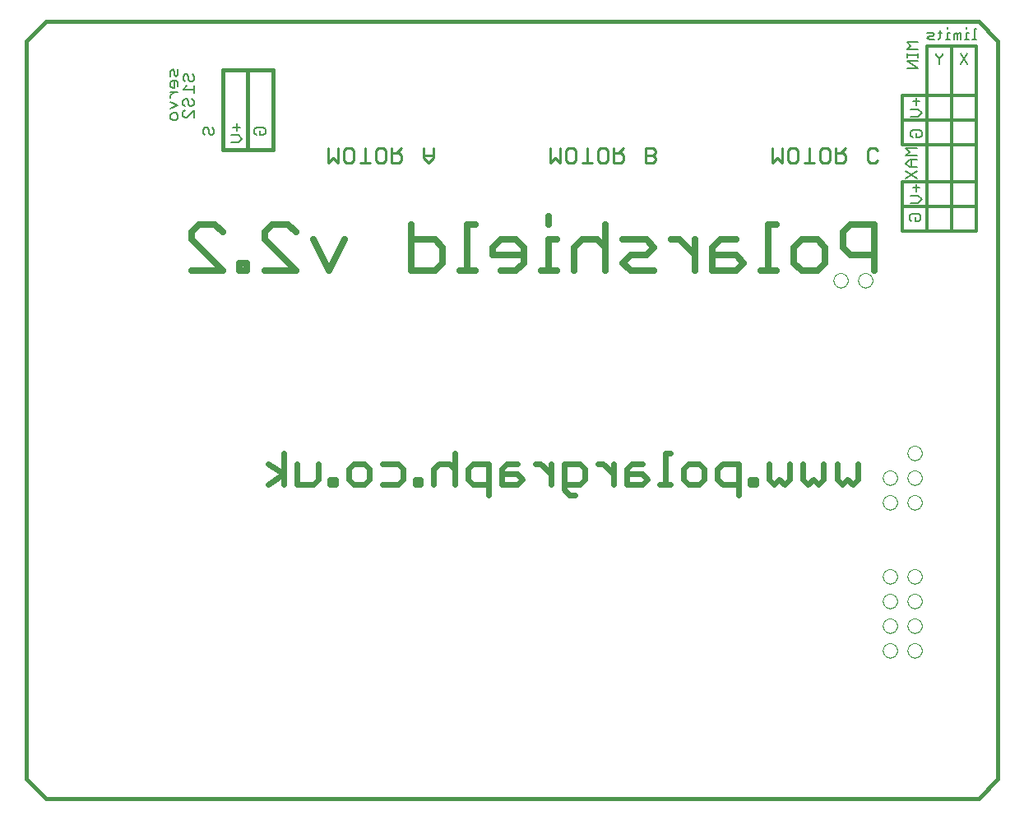
<source format=gbo>
G75*
%MOIN*%
%OFA0B0*%
%FSLAX25Y25*%
%IPPOS*%
%LPD*%
%AMOC8*
5,1,8,0,0,1.08239X$1,22.5*
%
%ADD10C,0.01600*%
%ADD11C,0.02600*%
%ADD12C,0.02300*%
%ADD13C,0.00600*%
%ADD14C,0.01000*%
%ADD15C,0.01200*%
%ADD16C,0.00000*%
D10*
X0015300Y0009674D02*
X0023174Y0001800D01*
X0401127Y0001800D01*
X0409001Y0009674D01*
X0409001Y0308887D01*
X0401127Y0316761D01*
X0023174Y0316761D01*
X0015300Y0308887D01*
X0015300Y0308800D02*
X0015300Y0009800D01*
X0095064Y0264717D02*
X0095064Y0297245D01*
X0104906Y0297245D01*
X0115355Y0297245D01*
X0115355Y0264717D01*
X0104906Y0264717D01*
X0095064Y0264717D01*
X0104906Y0264717D02*
X0104906Y0297245D01*
D11*
X0115089Y0234563D02*
X0121395Y0234563D01*
X0124548Y0231411D01*
X0131734Y0228258D02*
X0138039Y0215647D01*
X0144344Y0228258D01*
X0124548Y0215647D02*
X0111937Y0228258D01*
X0111937Y0231411D01*
X0115089Y0234563D01*
X0104751Y0218800D02*
X0101598Y0218800D01*
X0101598Y0215647D01*
X0104751Y0215647D01*
X0104751Y0218800D01*
X0111937Y0215647D02*
X0124548Y0215647D01*
X0094852Y0215647D02*
X0082241Y0228258D01*
X0082241Y0231411D01*
X0085394Y0234563D01*
X0091699Y0234563D01*
X0094852Y0231411D01*
X0094852Y0215647D02*
X0082241Y0215647D01*
X0171328Y0215647D02*
X0180786Y0215647D01*
X0183938Y0218800D01*
X0183938Y0225105D01*
X0180786Y0228258D01*
X0171328Y0228258D01*
X0171328Y0234563D02*
X0171328Y0215647D01*
X0190831Y0215647D02*
X0197136Y0215647D01*
X0193984Y0215647D02*
X0193984Y0234563D01*
X0197136Y0234563D01*
X0204322Y0225105D02*
X0207475Y0228258D01*
X0213780Y0228258D01*
X0216933Y0225105D01*
X0216933Y0218800D01*
X0213780Y0215647D01*
X0207475Y0215647D01*
X0204322Y0221953D02*
X0216933Y0221953D01*
X0223826Y0215647D02*
X0230131Y0215647D01*
X0226978Y0215647D02*
X0226978Y0228258D01*
X0230131Y0228258D01*
X0237317Y0225105D02*
X0237317Y0215647D01*
X0237317Y0225105D02*
X0240470Y0228258D01*
X0246775Y0228258D01*
X0249928Y0225105D01*
X0257114Y0228258D02*
X0266572Y0228258D01*
X0269725Y0225105D01*
X0266572Y0221953D01*
X0260267Y0221953D01*
X0257114Y0218800D01*
X0260267Y0215647D01*
X0269725Y0215647D01*
X0276764Y0228258D02*
X0279917Y0228258D01*
X0286222Y0221953D01*
X0286222Y0228258D02*
X0286222Y0215647D01*
X0293408Y0215647D02*
X0302867Y0215647D01*
X0306019Y0218800D01*
X0302867Y0221953D01*
X0293408Y0221953D01*
X0293408Y0225105D02*
X0293408Y0215647D01*
X0293408Y0225105D02*
X0296561Y0228258D01*
X0302867Y0228258D01*
X0316065Y0234563D02*
X0316065Y0215647D01*
X0319217Y0215647D02*
X0312912Y0215647D01*
X0326403Y0218800D02*
X0326403Y0225105D01*
X0329556Y0228258D01*
X0335861Y0228258D01*
X0339014Y0225105D01*
X0339014Y0218800D01*
X0335861Y0215647D01*
X0329556Y0215647D01*
X0326403Y0218800D01*
X0319217Y0234563D02*
X0316065Y0234563D01*
X0346200Y0231411D02*
X0346200Y0225105D01*
X0349353Y0221953D01*
X0358811Y0221953D01*
X0358811Y0215647D02*
X0358811Y0234563D01*
X0349353Y0234563D01*
X0346200Y0231411D01*
X0249928Y0234563D02*
X0249928Y0215647D01*
X0226978Y0234563D02*
X0226978Y0237716D01*
X0204322Y0225105D02*
X0204322Y0221953D01*
D12*
X0188821Y0141803D02*
X0188821Y0129092D01*
X0194159Y0131210D02*
X0196277Y0129092D01*
X0202632Y0129092D01*
X0202632Y0124855D02*
X0202632Y0137566D01*
X0196277Y0137566D01*
X0194159Y0135447D01*
X0194159Y0131210D01*
X0188821Y0135447D02*
X0186702Y0137566D01*
X0182465Y0137566D01*
X0180347Y0135447D01*
X0180347Y0129092D01*
X0175009Y0129092D02*
X0172890Y0129092D01*
X0172890Y0131210D01*
X0175009Y0131210D01*
X0175009Y0129092D01*
X0168103Y0131210D02*
X0165984Y0129092D01*
X0159629Y0129092D01*
X0154291Y0131210D02*
X0152173Y0129092D01*
X0147936Y0129092D01*
X0145817Y0131210D01*
X0145817Y0135447D01*
X0147936Y0137566D01*
X0152173Y0137566D01*
X0154291Y0135447D01*
X0154291Y0131210D01*
X0159629Y0137566D02*
X0165984Y0137566D01*
X0168103Y0135447D01*
X0168103Y0131210D01*
X0140479Y0131210D02*
X0140479Y0129092D01*
X0138361Y0129092D01*
X0138361Y0131210D01*
X0140479Y0131210D01*
X0133573Y0131210D02*
X0131455Y0129092D01*
X0125100Y0129092D01*
X0125100Y0137566D01*
X0119762Y0141803D02*
X0119762Y0129092D01*
X0119762Y0133329D02*
X0113406Y0137566D01*
X0119762Y0133329D02*
X0113406Y0129092D01*
X0133573Y0131210D02*
X0133573Y0137566D01*
X0207970Y0135447D02*
X0207970Y0129092D01*
X0214326Y0129092D01*
X0216444Y0131210D01*
X0214326Y0133329D01*
X0207970Y0133329D01*
X0207970Y0135447D02*
X0210089Y0137566D01*
X0214326Y0137566D01*
X0221599Y0137566D02*
X0223717Y0137566D01*
X0227954Y0133329D01*
X0227954Y0129092D02*
X0227954Y0137566D01*
X0233292Y0137566D02*
X0239647Y0137566D01*
X0241766Y0135447D01*
X0241766Y0131210D01*
X0239647Y0129092D01*
X0233292Y0129092D01*
X0233292Y0126973D02*
X0233292Y0137566D01*
X0233292Y0126973D02*
X0235410Y0124855D01*
X0237529Y0124855D01*
X0246920Y0137566D02*
X0249039Y0137566D01*
X0253276Y0133329D01*
X0253276Y0129092D02*
X0253276Y0137566D01*
X0258614Y0135447D02*
X0258614Y0129092D01*
X0264969Y0129092D01*
X0267087Y0131210D01*
X0264969Y0133329D01*
X0258614Y0133329D01*
X0258614Y0135447D02*
X0260732Y0137566D01*
X0264969Y0137566D01*
X0274177Y0141803D02*
X0274177Y0129092D01*
X0276295Y0129092D02*
X0272058Y0129092D01*
X0281633Y0131210D02*
X0281633Y0135447D01*
X0283752Y0137566D01*
X0287989Y0137566D01*
X0290107Y0135447D01*
X0290107Y0131210D01*
X0287989Y0129092D01*
X0283752Y0129092D01*
X0281633Y0131210D01*
X0276295Y0141803D02*
X0274177Y0141803D01*
X0295445Y0135447D02*
X0295445Y0131210D01*
X0297564Y0129092D01*
X0303919Y0129092D01*
X0303919Y0124855D02*
X0303919Y0137566D01*
X0297564Y0137566D01*
X0295445Y0135447D01*
X0308706Y0131210D02*
X0308706Y0129092D01*
X0310825Y0129092D01*
X0310825Y0131210D01*
X0308706Y0131210D01*
X0316163Y0131210D02*
X0316163Y0137566D01*
X0316163Y0131210D02*
X0318281Y0129092D01*
X0320400Y0131210D01*
X0322518Y0129092D01*
X0324637Y0131210D01*
X0324637Y0137566D01*
X0329975Y0137566D02*
X0329975Y0131210D01*
X0332093Y0129092D01*
X0334211Y0131210D01*
X0336330Y0129092D01*
X0338448Y0131210D01*
X0338448Y0137566D01*
X0343786Y0137566D02*
X0343786Y0131210D01*
X0345905Y0129092D01*
X0348023Y0131210D01*
X0350142Y0129092D01*
X0352260Y0131210D01*
X0352260Y0137566D01*
D13*
X0373984Y0235840D02*
X0373250Y0236574D01*
X0373250Y0238042D01*
X0373984Y0238776D01*
X0376920Y0238776D01*
X0377654Y0238042D01*
X0377654Y0236574D01*
X0376920Y0235840D01*
X0375452Y0235840D01*
X0375452Y0237308D01*
X0376686Y0243236D02*
X0373750Y0243236D01*
X0376686Y0243236D02*
X0378154Y0244704D01*
X0376686Y0246172D01*
X0373750Y0246172D01*
X0375952Y0247840D02*
X0375952Y0250776D01*
X0374484Y0249308D02*
X0377420Y0249308D01*
X0376154Y0253132D02*
X0371750Y0256068D01*
X0373218Y0257736D02*
X0376154Y0257736D01*
X0376154Y0256068D02*
X0371750Y0253132D01*
X0373218Y0257736D02*
X0371750Y0259204D01*
X0373218Y0260672D01*
X0376154Y0260672D01*
X0376154Y0262340D02*
X0371750Y0262340D01*
X0373218Y0263808D01*
X0371750Y0265276D01*
X0376154Y0265276D01*
X0375952Y0269840D02*
X0375952Y0271308D01*
X0375952Y0269840D02*
X0377420Y0269840D01*
X0378154Y0270574D01*
X0378154Y0272042D01*
X0377420Y0272776D01*
X0374484Y0272776D01*
X0373750Y0272042D01*
X0373750Y0270574D01*
X0374484Y0269840D01*
X0373750Y0278236D02*
X0376686Y0278236D01*
X0378154Y0279704D01*
X0376686Y0281172D01*
X0373750Y0281172D01*
X0375952Y0282840D02*
X0375952Y0285776D01*
X0374484Y0284308D02*
X0377420Y0284308D01*
X0376654Y0297667D02*
X0372250Y0297667D01*
X0372250Y0300602D02*
X0376654Y0297667D01*
X0376654Y0300602D02*
X0372250Y0300602D01*
X0372250Y0302204D02*
X0372250Y0303672D01*
X0372250Y0302938D02*
X0376654Y0302938D01*
X0376654Y0303672D02*
X0376654Y0302204D01*
X0376654Y0305340D02*
X0372250Y0305340D01*
X0373718Y0306808D01*
X0372250Y0308276D01*
X0376654Y0308276D01*
X0380408Y0309988D02*
X0381141Y0310721D01*
X0382609Y0310721D01*
X0383343Y0311455D01*
X0382609Y0312189D01*
X0380408Y0312189D01*
X0380408Y0309988D02*
X0381141Y0309254D01*
X0383343Y0309254D01*
X0384945Y0309254D02*
X0385679Y0309988D01*
X0385679Y0312923D01*
X0386413Y0312189D02*
X0384945Y0312189D01*
X0388748Y0312189D02*
X0388748Y0309254D01*
X0389482Y0309254D02*
X0388014Y0309254D01*
X0388748Y0312189D02*
X0389482Y0312189D01*
X0388748Y0313657D02*
X0388748Y0314391D01*
X0391150Y0311455D02*
X0391150Y0309254D01*
X0392618Y0309254D02*
X0392618Y0311455D01*
X0391884Y0312189D01*
X0391150Y0311455D01*
X0392618Y0311455D02*
X0393352Y0312189D01*
X0394086Y0312189D01*
X0394086Y0309254D01*
X0395687Y0309254D02*
X0397155Y0309254D01*
X0396421Y0309254D02*
X0396421Y0312189D01*
X0397155Y0312189D01*
X0396421Y0313657D02*
X0396421Y0314391D01*
X0399490Y0313657D02*
X0399490Y0309254D01*
X0400224Y0309254D02*
X0398756Y0309254D01*
X0396776Y0303850D02*
X0393840Y0299446D01*
X0396776Y0299446D02*
X0393840Y0303850D01*
X0386776Y0303850D02*
X0386776Y0303116D01*
X0385308Y0301648D01*
X0385308Y0299446D01*
X0385308Y0301648D02*
X0383840Y0303116D01*
X0383840Y0303850D01*
X0399490Y0313657D02*
X0400224Y0313657D01*
X0373952Y0260672D02*
X0373952Y0257736D01*
X0112154Y0271574D02*
X0111420Y0270840D01*
X0109952Y0270840D01*
X0109952Y0272308D01*
X0111420Y0273776D02*
X0112154Y0273042D01*
X0112154Y0271574D01*
X0111420Y0273776D02*
X0108484Y0273776D01*
X0107750Y0273042D01*
X0107750Y0271574D01*
X0108484Y0270840D01*
X0102654Y0269204D02*
X0101186Y0267736D01*
X0098250Y0267736D01*
X0098250Y0270672D02*
X0101186Y0270672D01*
X0102654Y0269204D01*
X0100452Y0272340D02*
X0100452Y0275276D01*
X0098984Y0273808D02*
X0101920Y0273808D01*
X0091390Y0272908D02*
X0090656Y0273642D01*
X0091390Y0272908D02*
X0091390Y0271440D01*
X0090656Y0270706D01*
X0089922Y0270706D01*
X0089188Y0271440D01*
X0089188Y0272908D01*
X0088454Y0273642D01*
X0087720Y0273642D01*
X0086986Y0272908D01*
X0086986Y0271440D01*
X0087720Y0270706D01*
X0083154Y0277736D02*
X0083154Y0280672D01*
X0080218Y0277736D01*
X0079484Y0277736D01*
X0078750Y0278470D01*
X0078750Y0279938D01*
X0079484Y0280672D01*
X0079484Y0282340D02*
X0078750Y0283074D01*
X0078750Y0284542D01*
X0079484Y0285276D01*
X0080218Y0285276D01*
X0080952Y0284542D01*
X0080952Y0283074D01*
X0081686Y0282340D01*
X0082420Y0282340D01*
X0083154Y0283074D01*
X0083154Y0284542D01*
X0082420Y0285276D01*
X0083205Y0287736D02*
X0083205Y0290672D01*
X0083205Y0289204D02*
X0078801Y0289204D01*
X0080269Y0290672D01*
X0079535Y0292340D02*
X0078801Y0293074D01*
X0078801Y0294542D01*
X0079535Y0295276D01*
X0080269Y0295276D01*
X0081003Y0294542D01*
X0081003Y0293074D01*
X0081737Y0292340D01*
X0082471Y0292340D01*
X0083205Y0293074D01*
X0083205Y0294542D01*
X0082471Y0295276D01*
X0076654Y0295074D02*
X0076654Y0297276D01*
X0075186Y0296542D02*
X0074452Y0297276D01*
X0073718Y0296542D01*
X0073718Y0294340D01*
X0075186Y0295074D02*
X0075186Y0296542D01*
X0075186Y0295074D02*
X0075920Y0294340D01*
X0076654Y0295074D01*
X0075920Y0292672D02*
X0074452Y0292672D01*
X0073718Y0291938D01*
X0073718Y0290470D01*
X0074452Y0289736D01*
X0075186Y0289736D01*
X0075186Y0292672D01*
X0075920Y0292672D02*
X0076654Y0291938D01*
X0076654Y0290470D01*
X0076654Y0288068D02*
X0073718Y0288068D01*
X0075186Y0288068D02*
X0073718Y0286600D01*
X0073718Y0285866D01*
X0073718Y0284231D02*
X0076654Y0282763D01*
X0073718Y0281295D01*
X0074452Y0279627D02*
X0075920Y0279627D01*
X0076654Y0278893D01*
X0076654Y0277425D01*
X0075920Y0276691D01*
X0074452Y0276691D01*
X0073718Y0277425D01*
X0073718Y0278893D01*
X0074452Y0279627D01*
D14*
X0137595Y0265528D02*
X0137595Y0259523D01*
X0139597Y0261525D01*
X0141599Y0259523D01*
X0141599Y0265528D01*
X0144041Y0264527D02*
X0145042Y0265528D01*
X0147043Y0265528D01*
X0148044Y0264527D01*
X0148044Y0260524D01*
X0147043Y0259523D01*
X0145042Y0259523D01*
X0144041Y0260524D01*
X0144041Y0264527D01*
X0150486Y0259523D02*
X0154490Y0259523D01*
X0152488Y0259523D02*
X0152488Y0265528D01*
X0156932Y0264527D02*
X0157933Y0265528D01*
X0159934Y0265528D01*
X0160935Y0264527D01*
X0160935Y0260524D01*
X0159934Y0259523D01*
X0157933Y0259523D01*
X0156932Y0260524D01*
X0156932Y0264527D01*
X0163377Y0263527D02*
X0166380Y0263527D01*
X0167381Y0262526D01*
X0167381Y0260524D01*
X0166380Y0259523D01*
X0163377Y0259523D01*
X0163377Y0265528D01*
X0165379Y0263527D02*
X0167381Y0265528D01*
X0176268Y0265528D02*
X0176268Y0261525D01*
X0178270Y0259523D01*
X0180272Y0261525D01*
X0180272Y0265528D01*
X0180272Y0262526D02*
X0176268Y0262526D01*
X0227595Y0265528D02*
X0227595Y0259523D01*
X0229597Y0261525D01*
X0231599Y0259523D01*
X0231599Y0265528D01*
X0234041Y0264527D02*
X0235042Y0265528D01*
X0237043Y0265528D01*
X0238044Y0264527D01*
X0238044Y0260524D01*
X0237043Y0259523D01*
X0235042Y0259523D01*
X0234041Y0260524D01*
X0234041Y0264527D01*
X0240486Y0259523D02*
X0244490Y0259523D01*
X0242488Y0259523D02*
X0242488Y0265528D01*
X0246932Y0264527D02*
X0247933Y0265528D01*
X0249934Y0265528D01*
X0250935Y0264527D01*
X0250935Y0260524D01*
X0249934Y0259523D01*
X0247933Y0259523D01*
X0246932Y0260524D01*
X0246932Y0264527D01*
X0253377Y0263527D02*
X0256380Y0263527D01*
X0257381Y0262526D01*
X0257381Y0260524D01*
X0256380Y0259523D01*
X0253377Y0259523D01*
X0253377Y0265528D01*
X0255379Y0263527D02*
X0257381Y0265528D01*
X0266268Y0265528D02*
X0266268Y0259523D01*
X0269271Y0259523D01*
X0270272Y0260524D01*
X0270272Y0261525D01*
X0269271Y0262526D01*
X0266268Y0262526D01*
X0266268Y0265528D02*
X0269271Y0265528D01*
X0270272Y0264527D01*
X0270272Y0263527D01*
X0269271Y0262526D01*
X0317595Y0265528D02*
X0317595Y0259523D01*
X0319597Y0261525D01*
X0321599Y0259523D01*
X0321599Y0265528D01*
X0324041Y0264527D02*
X0325042Y0265528D01*
X0327043Y0265528D01*
X0328044Y0264527D01*
X0328044Y0260524D01*
X0327043Y0259523D01*
X0325042Y0259523D01*
X0324041Y0260524D01*
X0324041Y0264527D01*
X0330486Y0259523D02*
X0334490Y0259523D01*
X0332488Y0259523D02*
X0332488Y0265528D01*
X0336932Y0264527D02*
X0337933Y0265528D01*
X0339934Y0265528D01*
X0340935Y0264527D01*
X0340935Y0260524D01*
X0339934Y0259523D01*
X0337933Y0259523D01*
X0336932Y0260524D01*
X0336932Y0264527D01*
X0343377Y0263527D02*
X0346380Y0263527D01*
X0347381Y0262526D01*
X0347381Y0260524D01*
X0346380Y0259523D01*
X0343377Y0259523D01*
X0343377Y0265528D01*
X0345379Y0263527D02*
X0347381Y0265528D01*
X0356268Y0264527D02*
X0356268Y0260524D01*
X0357269Y0259523D01*
X0359271Y0259523D01*
X0360272Y0260524D01*
X0360272Y0264527D02*
X0359271Y0265528D01*
X0357269Y0265528D01*
X0356268Y0264527D01*
D15*
X0370300Y0266800D02*
X0370300Y0276800D01*
X0370300Y0286800D01*
X0400300Y0286800D01*
X0400300Y0276800D01*
X0400300Y0266800D01*
X0370300Y0266800D01*
X0370300Y0276800D02*
X0400300Y0276800D01*
X0400300Y0251800D02*
X0370300Y0251800D01*
X0370300Y0241800D01*
X0370300Y0231800D01*
X0380300Y0231800D01*
X0380300Y0306800D01*
X0390300Y0306800D01*
X0400300Y0306800D01*
X0400300Y0251800D01*
X0400300Y0241800D01*
X0370300Y0241800D01*
X0380300Y0231800D02*
X0390300Y0231800D01*
X0400300Y0231800D01*
X0400300Y0241800D01*
X0390300Y0231800D02*
X0390300Y0306800D01*
D16*
X0352400Y0211800D02*
X0352402Y0211907D01*
X0352408Y0212014D01*
X0352418Y0212121D01*
X0352432Y0212227D01*
X0352449Y0212333D01*
X0352471Y0212438D01*
X0352497Y0212542D01*
X0352526Y0212645D01*
X0352559Y0212747D01*
X0352596Y0212848D01*
X0352636Y0212947D01*
X0352681Y0213044D01*
X0352728Y0213140D01*
X0352780Y0213235D01*
X0352834Y0213327D01*
X0352892Y0213417D01*
X0352954Y0213505D01*
X0353018Y0213590D01*
X0353086Y0213673D01*
X0353157Y0213754D01*
X0353231Y0213832D01*
X0353307Y0213907D01*
X0353386Y0213979D01*
X0353468Y0214048D01*
X0353552Y0214114D01*
X0353639Y0214177D01*
X0353728Y0214237D01*
X0353819Y0214293D01*
X0353912Y0214346D01*
X0354007Y0214396D01*
X0354104Y0214442D01*
X0354203Y0214484D01*
X0354303Y0214523D01*
X0354404Y0214558D01*
X0354506Y0214589D01*
X0354610Y0214617D01*
X0354715Y0214640D01*
X0354820Y0214660D01*
X0354926Y0214676D01*
X0355032Y0214688D01*
X0355139Y0214696D01*
X0355246Y0214700D01*
X0355354Y0214700D01*
X0355461Y0214696D01*
X0355568Y0214688D01*
X0355674Y0214676D01*
X0355780Y0214660D01*
X0355885Y0214640D01*
X0355990Y0214617D01*
X0356094Y0214589D01*
X0356196Y0214558D01*
X0356297Y0214523D01*
X0356397Y0214484D01*
X0356496Y0214442D01*
X0356593Y0214396D01*
X0356688Y0214346D01*
X0356781Y0214293D01*
X0356872Y0214237D01*
X0356961Y0214177D01*
X0357048Y0214114D01*
X0357132Y0214048D01*
X0357214Y0213979D01*
X0357293Y0213907D01*
X0357369Y0213832D01*
X0357443Y0213754D01*
X0357514Y0213673D01*
X0357582Y0213590D01*
X0357646Y0213505D01*
X0357708Y0213417D01*
X0357766Y0213327D01*
X0357820Y0213235D01*
X0357872Y0213140D01*
X0357919Y0213044D01*
X0357964Y0212947D01*
X0358004Y0212848D01*
X0358041Y0212747D01*
X0358074Y0212645D01*
X0358103Y0212542D01*
X0358129Y0212438D01*
X0358151Y0212333D01*
X0358168Y0212227D01*
X0358182Y0212121D01*
X0358192Y0212014D01*
X0358198Y0211907D01*
X0358200Y0211800D01*
X0358198Y0211693D01*
X0358192Y0211586D01*
X0358182Y0211479D01*
X0358168Y0211373D01*
X0358151Y0211267D01*
X0358129Y0211162D01*
X0358103Y0211058D01*
X0358074Y0210955D01*
X0358041Y0210853D01*
X0358004Y0210752D01*
X0357964Y0210653D01*
X0357919Y0210556D01*
X0357872Y0210460D01*
X0357820Y0210365D01*
X0357766Y0210273D01*
X0357708Y0210183D01*
X0357646Y0210095D01*
X0357582Y0210010D01*
X0357514Y0209927D01*
X0357443Y0209846D01*
X0357369Y0209768D01*
X0357293Y0209693D01*
X0357214Y0209621D01*
X0357132Y0209552D01*
X0357048Y0209486D01*
X0356961Y0209423D01*
X0356872Y0209363D01*
X0356781Y0209307D01*
X0356688Y0209254D01*
X0356593Y0209204D01*
X0356496Y0209158D01*
X0356397Y0209116D01*
X0356297Y0209077D01*
X0356196Y0209042D01*
X0356094Y0209011D01*
X0355990Y0208983D01*
X0355885Y0208960D01*
X0355780Y0208940D01*
X0355674Y0208924D01*
X0355568Y0208912D01*
X0355461Y0208904D01*
X0355354Y0208900D01*
X0355246Y0208900D01*
X0355139Y0208904D01*
X0355032Y0208912D01*
X0354926Y0208924D01*
X0354820Y0208940D01*
X0354715Y0208960D01*
X0354610Y0208983D01*
X0354506Y0209011D01*
X0354404Y0209042D01*
X0354303Y0209077D01*
X0354203Y0209116D01*
X0354104Y0209158D01*
X0354007Y0209204D01*
X0353912Y0209254D01*
X0353819Y0209307D01*
X0353728Y0209363D01*
X0353639Y0209423D01*
X0353552Y0209486D01*
X0353468Y0209552D01*
X0353386Y0209621D01*
X0353307Y0209693D01*
X0353231Y0209768D01*
X0353157Y0209846D01*
X0353086Y0209927D01*
X0353018Y0210010D01*
X0352954Y0210095D01*
X0352892Y0210183D01*
X0352834Y0210273D01*
X0352780Y0210365D01*
X0352728Y0210460D01*
X0352681Y0210556D01*
X0352636Y0210653D01*
X0352596Y0210752D01*
X0352559Y0210853D01*
X0352526Y0210955D01*
X0352497Y0211058D01*
X0352471Y0211162D01*
X0352449Y0211267D01*
X0352432Y0211373D01*
X0352418Y0211479D01*
X0352408Y0211586D01*
X0352402Y0211693D01*
X0352400Y0211800D01*
X0342400Y0211800D02*
X0342402Y0211907D01*
X0342408Y0212014D01*
X0342418Y0212121D01*
X0342432Y0212227D01*
X0342449Y0212333D01*
X0342471Y0212438D01*
X0342497Y0212542D01*
X0342526Y0212645D01*
X0342559Y0212747D01*
X0342596Y0212848D01*
X0342636Y0212947D01*
X0342681Y0213044D01*
X0342728Y0213140D01*
X0342780Y0213235D01*
X0342834Y0213327D01*
X0342892Y0213417D01*
X0342954Y0213505D01*
X0343018Y0213590D01*
X0343086Y0213673D01*
X0343157Y0213754D01*
X0343231Y0213832D01*
X0343307Y0213907D01*
X0343386Y0213979D01*
X0343468Y0214048D01*
X0343552Y0214114D01*
X0343639Y0214177D01*
X0343728Y0214237D01*
X0343819Y0214293D01*
X0343912Y0214346D01*
X0344007Y0214396D01*
X0344104Y0214442D01*
X0344203Y0214484D01*
X0344303Y0214523D01*
X0344404Y0214558D01*
X0344506Y0214589D01*
X0344610Y0214617D01*
X0344715Y0214640D01*
X0344820Y0214660D01*
X0344926Y0214676D01*
X0345032Y0214688D01*
X0345139Y0214696D01*
X0345246Y0214700D01*
X0345354Y0214700D01*
X0345461Y0214696D01*
X0345568Y0214688D01*
X0345674Y0214676D01*
X0345780Y0214660D01*
X0345885Y0214640D01*
X0345990Y0214617D01*
X0346094Y0214589D01*
X0346196Y0214558D01*
X0346297Y0214523D01*
X0346397Y0214484D01*
X0346496Y0214442D01*
X0346593Y0214396D01*
X0346688Y0214346D01*
X0346781Y0214293D01*
X0346872Y0214237D01*
X0346961Y0214177D01*
X0347048Y0214114D01*
X0347132Y0214048D01*
X0347214Y0213979D01*
X0347293Y0213907D01*
X0347369Y0213832D01*
X0347443Y0213754D01*
X0347514Y0213673D01*
X0347582Y0213590D01*
X0347646Y0213505D01*
X0347708Y0213417D01*
X0347766Y0213327D01*
X0347820Y0213235D01*
X0347872Y0213140D01*
X0347919Y0213044D01*
X0347964Y0212947D01*
X0348004Y0212848D01*
X0348041Y0212747D01*
X0348074Y0212645D01*
X0348103Y0212542D01*
X0348129Y0212438D01*
X0348151Y0212333D01*
X0348168Y0212227D01*
X0348182Y0212121D01*
X0348192Y0212014D01*
X0348198Y0211907D01*
X0348200Y0211800D01*
X0348198Y0211693D01*
X0348192Y0211586D01*
X0348182Y0211479D01*
X0348168Y0211373D01*
X0348151Y0211267D01*
X0348129Y0211162D01*
X0348103Y0211058D01*
X0348074Y0210955D01*
X0348041Y0210853D01*
X0348004Y0210752D01*
X0347964Y0210653D01*
X0347919Y0210556D01*
X0347872Y0210460D01*
X0347820Y0210365D01*
X0347766Y0210273D01*
X0347708Y0210183D01*
X0347646Y0210095D01*
X0347582Y0210010D01*
X0347514Y0209927D01*
X0347443Y0209846D01*
X0347369Y0209768D01*
X0347293Y0209693D01*
X0347214Y0209621D01*
X0347132Y0209552D01*
X0347048Y0209486D01*
X0346961Y0209423D01*
X0346872Y0209363D01*
X0346781Y0209307D01*
X0346688Y0209254D01*
X0346593Y0209204D01*
X0346496Y0209158D01*
X0346397Y0209116D01*
X0346297Y0209077D01*
X0346196Y0209042D01*
X0346094Y0209011D01*
X0345990Y0208983D01*
X0345885Y0208960D01*
X0345780Y0208940D01*
X0345674Y0208924D01*
X0345568Y0208912D01*
X0345461Y0208904D01*
X0345354Y0208900D01*
X0345246Y0208900D01*
X0345139Y0208904D01*
X0345032Y0208912D01*
X0344926Y0208924D01*
X0344820Y0208940D01*
X0344715Y0208960D01*
X0344610Y0208983D01*
X0344506Y0209011D01*
X0344404Y0209042D01*
X0344303Y0209077D01*
X0344203Y0209116D01*
X0344104Y0209158D01*
X0344007Y0209204D01*
X0343912Y0209254D01*
X0343819Y0209307D01*
X0343728Y0209363D01*
X0343639Y0209423D01*
X0343552Y0209486D01*
X0343468Y0209552D01*
X0343386Y0209621D01*
X0343307Y0209693D01*
X0343231Y0209768D01*
X0343157Y0209846D01*
X0343086Y0209927D01*
X0343018Y0210010D01*
X0342954Y0210095D01*
X0342892Y0210183D01*
X0342834Y0210273D01*
X0342780Y0210365D01*
X0342728Y0210460D01*
X0342681Y0210556D01*
X0342636Y0210653D01*
X0342596Y0210752D01*
X0342559Y0210853D01*
X0342526Y0210955D01*
X0342497Y0211058D01*
X0342471Y0211162D01*
X0342449Y0211267D01*
X0342432Y0211373D01*
X0342418Y0211479D01*
X0342408Y0211586D01*
X0342402Y0211693D01*
X0342400Y0211800D01*
X0372400Y0141800D02*
X0372402Y0141907D01*
X0372408Y0142014D01*
X0372418Y0142121D01*
X0372432Y0142227D01*
X0372449Y0142333D01*
X0372471Y0142438D01*
X0372497Y0142542D01*
X0372526Y0142645D01*
X0372559Y0142747D01*
X0372596Y0142848D01*
X0372636Y0142947D01*
X0372681Y0143044D01*
X0372728Y0143140D01*
X0372780Y0143235D01*
X0372834Y0143327D01*
X0372892Y0143417D01*
X0372954Y0143505D01*
X0373018Y0143590D01*
X0373086Y0143673D01*
X0373157Y0143754D01*
X0373231Y0143832D01*
X0373307Y0143907D01*
X0373386Y0143979D01*
X0373468Y0144048D01*
X0373552Y0144114D01*
X0373639Y0144177D01*
X0373728Y0144237D01*
X0373819Y0144293D01*
X0373912Y0144346D01*
X0374007Y0144396D01*
X0374104Y0144442D01*
X0374203Y0144484D01*
X0374303Y0144523D01*
X0374404Y0144558D01*
X0374506Y0144589D01*
X0374610Y0144617D01*
X0374715Y0144640D01*
X0374820Y0144660D01*
X0374926Y0144676D01*
X0375032Y0144688D01*
X0375139Y0144696D01*
X0375246Y0144700D01*
X0375354Y0144700D01*
X0375461Y0144696D01*
X0375568Y0144688D01*
X0375674Y0144676D01*
X0375780Y0144660D01*
X0375885Y0144640D01*
X0375990Y0144617D01*
X0376094Y0144589D01*
X0376196Y0144558D01*
X0376297Y0144523D01*
X0376397Y0144484D01*
X0376496Y0144442D01*
X0376593Y0144396D01*
X0376688Y0144346D01*
X0376781Y0144293D01*
X0376872Y0144237D01*
X0376961Y0144177D01*
X0377048Y0144114D01*
X0377132Y0144048D01*
X0377214Y0143979D01*
X0377293Y0143907D01*
X0377369Y0143832D01*
X0377443Y0143754D01*
X0377514Y0143673D01*
X0377582Y0143590D01*
X0377646Y0143505D01*
X0377708Y0143417D01*
X0377766Y0143327D01*
X0377820Y0143235D01*
X0377872Y0143140D01*
X0377919Y0143044D01*
X0377964Y0142947D01*
X0378004Y0142848D01*
X0378041Y0142747D01*
X0378074Y0142645D01*
X0378103Y0142542D01*
X0378129Y0142438D01*
X0378151Y0142333D01*
X0378168Y0142227D01*
X0378182Y0142121D01*
X0378192Y0142014D01*
X0378198Y0141907D01*
X0378200Y0141800D01*
X0378198Y0141693D01*
X0378192Y0141586D01*
X0378182Y0141479D01*
X0378168Y0141373D01*
X0378151Y0141267D01*
X0378129Y0141162D01*
X0378103Y0141058D01*
X0378074Y0140955D01*
X0378041Y0140853D01*
X0378004Y0140752D01*
X0377964Y0140653D01*
X0377919Y0140556D01*
X0377872Y0140460D01*
X0377820Y0140365D01*
X0377766Y0140273D01*
X0377708Y0140183D01*
X0377646Y0140095D01*
X0377582Y0140010D01*
X0377514Y0139927D01*
X0377443Y0139846D01*
X0377369Y0139768D01*
X0377293Y0139693D01*
X0377214Y0139621D01*
X0377132Y0139552D01*
X0377048Y0139486D01*
X0376961Y0139423D01*
X0376872Y0139363D01*
X0376781Y0139307D01*
X0376688Y0139254D01*
X0376593Y0139204D01*
X0376496Y0139158D01*
X0376397Y0139116D01*
X0376297Y0139077D01*
X0376196Y0139042D01*
X0376094Y0139011D01*
X0375990Y0138983D01*
X0375885Y0138960D01*
X0375780Y0138940D01*
X0375674Y0138924D01*
X0375568Y0138912D01*
X0375461Y0138904D01*
X0375354Y0138900D01*
X0375246Y0138900D01*
X0375139Y0138904D01*
X0375032Y0138912D01*
X0374926Y0138924D01*
X0374820Y0138940D01*
X0374715Y0138960D01*
X0374610Y0138983D01*
X0374506Y0139011D01*
X0374404Y0139042D01*
X0374303Y0139077D01*
X0374203Y0139116D01*
X0374104Y0139158D01*
X0374007Y0139204D01*
X0373912Y0139254D01*
X0373819Y0139307D01*
X0373728Y0139363D01*
X0373639Y0139423D01*
X0373552Y0139486D01*
X0373468Y0139552D01*
X0373386Y0139621D01*
X0373307Y0139693D01*
X0373231Y0139768D01*
X0373157Y0139846D01*
X0373086Y0139927D01*
X0373018Y0140010D01*
X0372954Y0140095D01*
X0372892Y0140183D01*
X0372834Y0140273D01*
X0372780Y0140365D01*
X0372728Y0140460D01*
X0372681Y0140556D01*
X0372636Y0140653D01*
X0372596Y0140752D01*
X0372559Y0140853D01*
X0372526Y0140955D01*
X0372497Y0141058D01*
X0372471Y0141162D01*
X0372449Y0141267D01*
X0372432Y0141373D01*
X0372418Y0141479D01*
X0372408Y0141586D01*
X0372402Y0141693D01*
X0372400Y0141800D01*
X0372400Y0131800D02*
X0372402Y0131907D01*
X0372408Y0132014D01*
X0372418Y0132121D01*
X0372432Y0132227D01*
X0372449Y0132333D01*
X0372471Y0132438D01*
X0372497Y0132542D01*
X0372526Y0132645D01*
X0372559Y0132747D01*
X0372596Y0132848D01*
X0372636Y0132947D01*
X0372681Y0133044D01*
X0372728Y0133140D01*
X0372780Y0133235D01*
X0372834Y0133327D01*
X0372892Y0133417D01*
X0372954Y0133505D01*
X0373018Y0133590D01*
X0373086Y0133673D01*
X0373157Y0133754D01*
X0373231Y0133832D01*
X0373307Y0133907D01*
X0373386Y0133979D01*
X0373468Y0134048D01*
X0373552Y0134114D01*
X0373639Y0134177D01*
X0373728Y0134237D01*
X0373819Y0134293D01*
X0373912Y0134346D01*
X0374007Y0134396D01*
X0374104Y0134442D01*
X0374203Y0134484D01*
X0374303Y0134523D01*
X0374404Y0134558D01*
X0374506Y0134589D01*
X0374610Y0134617D01*
X0374715Y0134640D01*
X0374820Y0134660D01*
X0374926Y0134676D01*
X0375032Y0134688D01*
X0375139Y0134696D01*
X0375246Y0134700D01*
X0375354Y0134700D01*
X0375461Y0134696D01*
X0375568Y0134688D01*
X0375674Y0134676D01*
X0375780Y0134660D01*
X0375885Y0134640D01*
X0375990Y0134617D01*
X0376094Y0134589D01*
X0376196Y0134558D01*
X0376297Y0134523D01*
X0376397Y0134484D01*
X0376496Y0134442D01*
X0376593Y0134396D01*
X0376688Y0134346D01*
X0376781Y0134293D01*
X0376872Y0134237D01*
X0376961Y0134177D01*
X0377048Y0134114D01*
X0377132Y0134048D01*
X0377214Y0133979D01*
X0377293Y0133907D01*
X0377369Y0133832D01*
X0377443Y0133754D01*
X0377514Y0133673D01*
X0377582Y0133590D01*
X0377646Y0133505D01*
X0377708Y0133417D01*
X0377766Y0133327D01*
X0377820Y0133235D01*
X0377872Y0133140D01*
X0377919Y0133044D01*
X0377964Y0132947D01*
X0378004Y0132848D01*
X0378041Y0132747D01*
X0378074Y0132645D01*
X0378103Y0132542D01*
X0378129Y0132438D01*
X0378151Y0132333D01*
X0378168Y0132227D01*
X0378182Y0132121D01*
X0378192Y0132014D01*
X0378198Y0131907D01*
X0378200Y0131800D01*
X0378198Y0131693D01*
X0378192Y0131586D01*
X0378182Y0131479D01*
X0378168Y0131373D01*
X0378151Y0131267D01*
X0378129Y0131162D01*
X0378103Y0131058D01*
X0378074Y0130955D01*
X0378041Y0130853D01*
X0378004Y0130752D01*
X0377964Y0130653D01*
X0377919Y0130556D01*
X0377872Y0130460D01*
X0377820Y0130365D01*
X0377766Y0130273D01*
X0377708Y0130183D01*
X0377646Y0130095D01*
X0377582Y0130010D01*
X0377514Y0129927D01*
X0377443Y0129846D01*
X0377369Y0129768D01*
X0377293Y0129693D01*
X0377214Y0129621D01*
X0377132Y0129552D01*
X0377048Y0129486D01*
X0376961Y0129423D01*
X0376872Y0129363D01*
X0376781Y0129307D01*
X0376688Y0129254D01*
X0376593Y0129204D01*
X0376496Y0129158D01*
X0376397Y0129116D01*
X0376297Y0129077D01*
X0376196Y0129042D01*
X0376094Y0129011D01*
X0375990Y0128983D01*
X0375885Y0128960D01*
X0375780Y0128940D01*
X0375674Y0128924D01*
X0375568Y0128912D01*
X0375461Y0128904D01*
X0375354Y0128900D01*
X0375246Y0128900D01*
X0375139Y0128904D01*
X0375032Y0128912D01*
X0374926Y0128924D01*
X0374820Y0128940D01*
X0374715Y0128960D01*
X0374610Y0128983D01*
X0374506Y0129011D01*
X0374404Y0129042D01*
X0374303Y0129077D01*
X0374203Y0129116D01*
X0374104Y0129158D01*
X0374007Y0129204D01*
X0373912Y0129254D01*
X0373819Y0129307D01*
X0373728Y0129363D01*
X0373639Y0129423D01*
X0373552Y0129486D01*
X0373468Y0129552D01*
X0373386Y0129621D01*
X0373307Y0129693D01*
X0373231Y0129768D01*
X0373157Y0129846D01*
X0373086Y0129927D01*
X0373018Y0130010D01*
X0372954Y0130095D01*
X0372892Y0130183D01*
X0372834Y0130273D01*
X0372780Y0130365D01*
X0372728Y0130460D01*
X0372681Y0130556D01*
X0372636Y0130653D01*
X0372596Y0130752D01*
X0372559Y0130853D01*
X0372526Y0130955D01*
X0372497Y0131058D01*
X0372471Y0131162D01*
X0372449Y0131267D01*
X0372432Y0131373D01*
X0372418Y0131479D01*
X0372408Y0131586D01*
X0372402Y0131693D01*
X0372400Y0131800D01*
X0362400Y0131800D02*
X0362402Y0131907D01*
X0362408Y0132014D01*
X0362418Y0132121D01*
X0362432Y0132227D01*
X0362449Y0132333D01*
X0362471Y0132438D01*
X0362497Y0132542D01*
X0362526Y0132645D01*
X0362559Y0132747D01*
X0362596Y0132848D01*
X0362636Y0132947D01*
X0362681Y0133044D01*
X0362728Y0133140D01*
X0362780Y0133235D01*
X0362834Y0133327D01*
X0362892Y0133417D01*
X0362954Y0133505D01*
X0363018Y0133590D01*
X0363086Y0133673D01*
X0363157Y0133754D01*
X0363231Y0133832D01*
X0363307Y0133907D01*
X0363386Y0133979D01*
X0363468Y0134048D01*
X0363552Y0134114D01*
X0363639Y0134177D01*
X0363728Y0134237D01*
X0363819Y0134293D01*
X0363912Y0134346D01*
X0364007Y0134396D01*
X0364104Y0134442D01*
X0364203Y0134484D01*
X0364303Y0134523D01*
X0364404Y0134558D01*
X0364506Y0134589D01*
X0364610Y0134617D01*
X0364715Y0134640D01*
X0364820Y0134660D01*
X0364926Y0134676D01*
X0365032Y0134688D01*
X0365139Y0134696D01*
X0365246Y0134700D01*
X0365354Y0134700D01*
X0365461Y0134696D01*
X0365568Y0134688D01*
X0365674Y0134676D01*
X0365780Y0134660D01*
X0365885Y0134640D01*
X0365990Y0134617D01*
X0366094Y0134589D01*
X0366196Y0134558D01*
X0366297Y0134523D01*
X0366397Y0134484D01*
X0366496Y0134442D01*
X0366593Y0134396D01*
X0366688Y0134346D01*
X0366781Y0134293D01*
X0366872Y0134237D01*
X0366961Y0134177D01*
X0367048Y0134114D01*
X0367132Y0134048D01*
X0367214Y0133979D01*
X0367293Y0133907D01*
X0367369Y0133832D01*
X0367443Y0133754D01*
X0367514Y0133673D01*
X0367582Y0133590D01*
X0367646Y0133505D01*
X0367708Y0133417D01*
X0367766Y0133327D01*
X0367820Y0133235D01*
X0367872Y0133140D01*
X0367919Y0133044D01*
X0367964Y0132947D01*
X0368004Y0132848D01*
X0368041Y0132747D01*
X0368074Y0132645D01*
X0368103Y0132542D01*
X0368129Y0132438D01*
X0368151Y0132333D01*
X0368168Y0132227D01*
X0368182Y0132121D01*
X0368192Y0132014D01*
X0368198Y0131907D01*
X0368200Y0131800D01*
X0368198Y0131693D01*
X0368192Y0131586D01*
X0368182Y0131479D01*
X0368168Y0131373D01*
X0368151Y0131267D01*
X0368129Y0131162D01*
X0368103Y0131058D01*
X0368074Y0130955D01*
X0368041Y0130853D01*
X0368004Y0130752D01*
X0367964Y0130653D01*
X0367919Y0130556D01*
X0367872Y0130460D01*
X0367820Y0130365D01*
X0367766Y0130273D01*
X0367708Y0130183D01*
X0367646Y0130095D01*
X0367582Y0130010D01*
X0367514Y0129927D01*
X0367443Y0129846D01*
X0367369Y0129768D01*
X0367293Y0129693D01*
X0367214Y0129621D01*
X0367132Y0129552D01*
X0367048Y0129486D01*
X0366961Y0129423D01*
X0366872Y0129363D01*
X0366781Y0129307D01*
X0366688Y0129254D01*
X0366593Y0129204D01*
X0366496Y0129158D01*
X0366397Y0129116D01*
X0366297Y0129077D01*
X0366196Y0129042D01*
X0366094Y0129011D01*
X0365990Y0128983D01*
X0365885Y0128960D01*
X0365780Y0128940D01*
X0365674Y0128924D01*
X0365568Y0128912D01*
X0365461Y0128904D01*
X0365354Y0128900D01*
X0365246Y0128900D01*
X0365139Y0128904D01*
X0365032Y0128912D01*
X0364926Y0128924D01*
X0364820Y0128940D01*
X0364715Y0128960D01*
X0364610Y0128983D01*
X0364506Y0129011D01*
X0364404Y0129042D01*
X0364303Y0129077D01*
X0364203Y0129116D01*
X0364104Y0129158D01*
X0364007Y0129204D01*
X0363912Y0129254D01*
X0363819Y0129307D01*
X0363728Y0129363D01*
X0363639Y0129423D01*
X0363552Y0129486D01*
X0363468Y0129552D01*
X0363386Y0129621D01*
X0363307Y0129693D01*
X0363231Y0129768D01*
X0363157Y0129846D01*
X0363086Y0129927D01*
X0363018Y0130010D01*
X0362954Y0130095D01*
X0362892Y0130183D01*
X0362834Y0130273D01*
X0362780Y0130365D01*
X0362728Y0130460D01*
X0362681Y0130556D01*
X0362636Y0130653D01*
X0362596Y0130752D01*
X0362559Y0130853D01*
X0362526Y0130955D01*
X0362497Y0131058D01*
X0362471Y0131162D01*
X0362449Y0131267D01*
X0362432Y0131373D01*
X0362418Y0131479D01*
X0362408Y0131586D01*
X0362402Y0131693D01*
X0362400Y0131800D01*
X0362400Y0121800D02*
X0362402Y0121907D01*
X0362408Y0122014D01*
X0362418Y0122121D01*
X0362432Y0122227D01*
X0362449Y0122333D01*
X0362471Y0122438D01*
X0362497Y0122542D01*
X0362526Y0122645D01*
X0362559Y0122747D01*
X0362596Y0122848D01*
X0362636Y0122947D01*
X0362681Y0123044D01*
X0362728Y0123140D01*
X0362780Y0123235D01*
X0362834Y0123327D01*
X0362892Y0123417D01*
X0362954Y0123505D01*
X0363018Y0123590D01*
X0363086Y0123673D01*
X0363157Y0123754D01*
X0363231Y0123832D01*
X0363307Y0123907D01*
X0363386Y0123979D01*
X0363468Y0124048D01*
X0363552Y0124114D01*
X0363639Y0124177D01*
X0363728Y0124237D01*
X0363819Y0124293D01*
X0363912Y0124346D01*
X0364007Y0124396D01*
X0364104Y0124442D01*
X0364203Y0124484D01*
X0364303Y0124523D01*
X0364404Y0124558D01*
X0364506Y0124589D01*
X0364610Y0124617D01*
X0364715Y0124640D01*
X0364820Y0124660D01*
X0364926Y0124676D01*
X0365032Y0124688D01*
X0365139Y0124696D01*
X0365246Y0124700D01*
X0365354Y0124700D01*
X0365461Y0124696D01*
X0365568Y0124688D01*
X0365674Y0124676D01*
X0365780Y0124660D01*
X0365885Y0124640D01*
X0365990Y0124617D01*
X0366094Y0124589D01*
X0366196Y0124558D01*
X0366297Y0124523D01*
X0366397Y0124484D01*
X0366496Y0124442D01*
X0366593Y0124396D01*
X0366688Y0124346D01*
X0366781Y0124293D01*
X0366872Y0124237D01*
X0366961Y0124177D01*
X0367048Y0124114D01*
X0367132Y0124048D01*
X0367214Y0123979D01*
X0367293Y0123907D01*
X0367369Y0123832D01*
X0367443Y0123754D01*
X0367514Y0123673D01*
X0367582Y0123590D01*
X0367646Y0123505D01*
X0367708Y0123417D01*
X0367766Y0123327D01*
X0367820Y0123235D01*
X0367872Y0123140D01*
X0367919Y0123044D01*
X0367964Y0122947D01*
X0368004Y0122848D01*
X0368041Y0122747D01*
X0368074Y0122645D01*
X0368103Y0122542D01*
X0368129Y0122438D01*
X0368151Y0122333D01*
X0368168Y0122227D01*
X0368182Y0122121D01*
X0368192Y0122014D01*
X0368198Y0121907D01*
X0368200Y0121800D01*
X0368198Y0121693D01*
X0368192Y0121586D01*
X0368182Y0121479D01*
X0368168Y0121373D01*
X0368151Y0121267D01*
X0368129Y0121162D01*
X0368103Y0121058D01*
X0368074Y0120955D01*
X0368041Y0120853D01*
X0368004Y0120752D01*
X0367964Y0120653D01*
X0367919Y0120556D01*
X0367872Y0120460D01*
X0367820Y0120365D01*
X0367766Y0120273D01*
X0367708Y0120183D01*
X0367646Y0120095D01*
X0367582Y0120010D01*
X0367514Y0119927D01*
X0367443Y0119846D01*
X0367369Y0119768D01*
X0367293Y0119693D01*
X0367214Y0119621D01*
X0367132Y0119552D01*
X0367048Y0119486D01*
X0366961Y0119423D01*
X0366872Y0119363D01*
X0366781Y0119307D01*
X0366688Y0119254D01*
X0366593Y0119204D01*
X0366496Y0119158D01*
X0366397Y0119116D01*
X0366297Y0119077D01*
X0366196Y0119042D01*
X0366094Y0119011D01*
X0365990Y0118983D01*
X0365885Y0118960D01*
X0365780Y0118940D01*
X0365674Y0118924D01*
X0365568Y0118912D01*
X0365461Y0118904D01*
X0365354Y0118900D01*
X0365246Y0118900D01*
X0365139Y0118904D01*
X0365032Y0118912D01*
X0364926Y0118924D01*
X0364820Y0118940D01*
X0364715Y0118960D01*
X0364610Y0118983D01*
X0364506Y0119011D01*
X0364404Y0119042D01*
X0364303Y0119077D01*
X0364203Y0119116D01*
X0364104Y0119158D01*
X0364007Y0119204D01*
X0363912Y0119254D01*
X0363819Y0119307D01*
X0363728Y0119363D01*
X0363639Y0119423D01*
X0363552Y0119486D01*
X0363468Y0119552D01*
X0363386Y0119621D01*
X0363307Y0119693D01*
X0363231Y0119768D01*
X0363157Y0119846D01*
X0363086Y0119927D01*
X0363018Y0120010D01*
X0362954Y0120095D01*
X0362892Y0120183D01*
X0362834Y0120273D01*
X0362780Y0120365D01*
X0362728Y0120460D01*
X0362681Y0120556D01*
X0362636Y0120653D01*
X0362596Y0120752D01*
X0362559Y0120853D01*
X0362526Y0120955D01*
X0362497Y0121058D01*
X0362471Y0121162D01*
X0362449Y0121267D01*
X0362432Y0121373D01*
X0362418Y0121479D01*
X0362408Y0121586D01*
X0362402Y0121693D01*
X0362400Y0121800D01*
X0372400Y0121800D02*
X0372402Y0121907D01*
X0372408Y0122014D01*
X0372418Y0122121D01*
X0372432Y0122227D01*
X0372449Y0122333D01*
X0372471Y0122438D01*
X0372497Y0122542D01*
X0372526Y0122645D01*
X0372559Y0122747D01*
X0372596Y0122848D01*
X0372636Y0122947D01*
X0372681Y0123044D01*
X0372728Y0123140D01*
X0372780Y0123235D01*
X0372834Y0123327D01*
X0372892Y0123417D01*
X0372954Y0123505D01*
X0373018Y0123590D01*
X0373086Y0123673D01*
X0373157Y0123754D01*
X0373231Y0123832D01*
X0373307Y0123907D01*
X0373386Y0123979D01*
X0373468Y0124048D01*
X0373552Y0124114D01*
X0373639Y0124177D01*
X0373728Y0124237D01*
X0373819Y0124293D01*
X0373912Y0124346D01*
X0374007Y0124396D01*
X0374104Y0124442D01*
X0374203Y0124484D01*
X0374303Y0124523D01*
X0374404Y0124558D01*
X0374506Y0124589D01*
X0374610Y0124617D01*
X0374715Y0124640D01*
X0374820Y0124660D01*
X0374926Y0124676D01*
X0375032Y0124688D01*
X0375139Y0124696D01*
X0375246Y0124700D01*
X0375354Y0124700D01*
X0375461Y0124696D01*
X0375568Y0124688D01*
X0375674Y0124676D01*
X0375780Y0124660D01*
X0375885Y0124640D01*
X0375990Y0124617D01*
X0376094Y0124589D01*
X0376196Y0124558D01*
X0376297Y0124523D01*
X0376397Y0124484D01*
X0376496Y0124442D01*
X0376593Y0124396D01*
X0376688Y0124346D01*
X0376781Y0124293D01*
X0376872Y0124237D01*
X0376961Y0124177D01*
X0377048Y0124114D01*
X0377132Y0124048D01*
X0377214Y0123979D01*
X0377293Y0123907D01*
X0377369Y0123832D01*
X0377443Y0123754D01*
X0377514Y0123673D01*
X0377582Y0123590D01*
X0377646Y0123505D01*
X0377708Y0123417D01*
X0377766Y0123327D01*
X0377820Y0123235D01*
X0377872Y0123140D01*
X0377919Y0123044D01*
X0377964Y0122947D01*
X0378004Y0122848D01*
X0378041Y0122747D01*
X0378074Y0122645D01*
X0378103Y0122542D01*
X0378129Y0122438D01*
X0378151Y0122333D01*
X0378168Y0122227D01*
X0378182Y0122121D01*
X0378192Y0122014D01*
X0378198Y0121907D01*
X0378200Y0121800D01*
X0378198Y0121693D01*
X0378192Y0121586D01*
X0378182Y0121479D01*
X0378168Y0121373D01*
X0378151Y0121267D01*
X0378129Y0121162D01*
X0378103Y0121058D01*
X0378074Y0120955D01*
X0378041Y0120853D01*
X0378004Y0120752D01*
X0377964Y0120653D01*
X0377919Y0120556D01*
X0377872Y0120460D01*
X0377820Y0120365D01*
X0377766Y0120273D01*
X0377708Y0120183D01*
X0377646Y0120095D01*
X0377582Y0120010D01*
X0377514Y0119927D01*
X0377443Y0119846D01*
X0377369Y0119768D01*
X0377293Y0119693D01*
X0377214Y0119621D01*
X0377132Y0119552D01*
X0377048Y0119486D01*
X0376961Y0119423D01*
X0376872Y0119363D01*
X0376781Y0119307D01*
X0376688Y0119254D01*
X0376593Y0119204D01*
X0376496Y0119158D01*
X0376397Y0119116D01*
X0376297Y0119077D01*
X0376196Y0119042D01*
X0376094Y0119011D01*
X0375990Y0118983D01*
X0375885Y0118960D01*
X0375780Y0118940D01*
X0375674Y0118924D01*
X0375568Y0118912D01*
X0375461Y0118904D01*
X0375354Y0118900D01*
X0375246Y0118900D01*
X0375139Y0118904D01*
X0375032Y0118912D01*
X0374926Y0118924D01*
X0374820Y0118940D01*
X0374715Y0118960D01*
X0374610Y0118983D01*
X0374506Y0119011D01*
X0374404Y0119042D01*
X0374303Y0119077D01*
X0374203Y0119116D01*
X0374104Y0119158D01*
X0374007Y0119204D01*
X0373912Y0119254D01*
X0373819Y0119307D01*
X0373728Y0119363D01*
X0373639Y0119423D01*
X0373552Y0119486D01*
X0373468Y0119552D01*
X0373386Y0119621D01*
X0373307Y0119693D01*
X0373231Y0119768D01*
X0373157Y0119846D01*
X0373086Y0119927D01*
X0373018Y0120010D01*
X0372954Y0120095D01*
X0372892Y0120183D01*
X0372834Y0120273D01*
X0372780Y0120365D01*
X0372728Y0120460D01*
X0372681Y0120556D01*
X0372636Y0120653D01*
X0372596Y0120752D01*
X0372559Y0120853D01*
X0372526Y0120955D01*
X0372497Y0121058D01*
X0372471Y0121162D01*
X0372449Y0121267D01*
X0372432Y0121373D01*
X0372418Y0121479D01*
X0372408Y0121586D01*
X0372402Y0121693D01*
X0372400Y0121800D01*
X0372400Y0091800D02*
X0372402Y0091907D01*
X0372408Y0092014D01*
X0372418Y0092121D01*
X0372432Y0092227D01*
X0372449Y0092333D01*
X0372471Y0092438D01*
X0372497Y0092542D01*
X0372526Y0092645D01*
X0372559Y0092747D01*
X0372596Y0092848D01*
X0372636Y0092947D01*
X0372681Y0093044D01*
X0372728Y0093140D01*
X0372780Y0093235D01*
X0372834Y0093327D01*
X0372892Y0093417D01*
X0372954Y0093505D01*
X0373018Y0093590D01*
X0373086Y0093673D01*
X0373157Y0093754D01*
X0373231Y0093832D01*
X0373307Y0093907D01*
X0373386Y0093979D01*
X0373468Y0094048D01*
X0373552Y0094114D01*
X0373639Y0094177D01*
X0373728Y0094237D01*
X0373819Y0094293D01*
X0373912Y0094346D01*
X0374007Y0094396D01*
X0374104Y0094442D01*
X0374203Y0094484D01*
X0374303Y0094523D01*
X0374404Y0094558D01*
X0374506Y0094589D01*
X0374610Y0094617D01*
X0374715Y0094640D01*
X0374820Y0094660D01*
X0374926Y0094676D01*
X0375032Y0094688D01*
X0375139Y0094696D01*
X0375246Y0094700D01*
X0375354Y0094700D01*
X0375461Y0094696D01*
X0375568Y0094688D01*
X0375674Y0094676D01*
X0375780Y0094660D01*
X0375885Y0094640D01*
X0375990Y0094617D01*
X0376094Y0094589D01*
X0376196Y0094558D01*
X0376297Y0094523D01*
X0376397Y0094484D01*
X0376496Y0094442D01*
X0376593Y0094396D01*
X0376688Y0094346D01*
X0376781Y0094293D01*
X0376872Y0094237D01*
X0376961Y0094177D01*
X0377048Y0094114D01*
X0377132Y0094048D01*
X0377214Y0093979D01*
X0377293Y0093907D01*
X0377369Y0093832D01*
X0377443Y0093754D01*
X0377514Y0093673D01*
X0377582Y0093590D01*
X0377646Y0093505D01*
X0377708Y0093417D01*
X0377766Y0093327D01*
X0377820Y0093235D01*
X0377872Y0093140D01*
X0377919Y0093044D01*
X0377964Y0092947D01*
X0378004Y0092848D01*
X0378041Y0092747D01*
X0378074Y0092645D01*
X0378103Y0092542D01*
X0378129Y0092438D01*
X0378151Y0092333D01*
X0378168Y0092227D01*
X0378182Y0092121D01*
X0378192Y0092014D01*
X0378198Y0091907D01*
X0378200Y0091800D01*
X0378198Y0091693D01*
X0378192Y0091586D01*
X0378182Y0091479D01*
X0378168Y0091373D01*
X0378151Y0091267D01*
X0378129Y0091162D01*
X0378103Y0091058D01*
X0378074Y0090955D01*
X0378041Y0090853D01*
X0378004Y0090752D01*
X0377964Y0090653D01*
X0377919Y0090556D01*
X0377872Y0090460D01*
X0377820Y0090365D01*
X0377766Y0090273D01*
X0377708Y0090183D01*
X0377646Y0090095D01*
X0377582Y0090010D01*
X0377514Y0089927D01*
X0377443Y0089846D01*
X0377369Y0089768D01*
X0377293Y0089693D01*
X0377214Y0089621D01*
X0377132Y0089552D01*
X0377048Y0089486D01*
X0376961Y0089423D01*
X0376872Y0089363D01*
X0376781Y0089307D01*
X0376688Y0089254D01*
X0376593Y0089204D01*
X0376496Y0089158D01*
X0376397Y0089116D01*
X0376297Y0089077D01*
X0376196Y0089042D01*
X0376094Y0089011D01*
X0375990Y0088983D01*
X0375885Y0088960D01*
X0375780Y0088940D01*
X0375674Y0088924D01*
X0375568Y0088912D01*
X0375461Y0088904D01*
X0375354Y0088900D01*
X0375246Y0088900D01*
X0375139Y0088904D01*
X0375032Y0088912D01*
X0374926Y0088924D01*
X0374820Y0088940D01*
X0374715Y0088960D01*
X0374610Y0088983D01*
X0374506Y0089011D01*
X0374404Y0089042D01*
X0374303Y0089077D01*
X0374203Y0089116D01*
X0374104Y0089158D01*
X0374007Y0089204D01*
X0373912Y0089254D01*
X0373819Y0089307D01*
X0373728Y0089363D01*
X0373639Y0089423D01*
X0373552Y0089486D01*
X0373468Y0089552D01*
X0373386Y0089621D01*
X0373307Y0089693D01*
X0373231Y0089768D01*
X0373157Y0089846D01*
X0373086Y0089927D01*
X0373018Y0090010D01*
X0372954Y0090095D01*
X0372892Y0090183D01*
X0372834Y0090273D01*
X0372780Y0090365D01*
X0372728Y0090460D01*
X0372681Y0090556D01*
X0372636Y0090653D01*
X0372596Y0090752D01*
X0372559Y0090853D01*
X0372526Y0090955D01*
X0372497Y0091058D01*
X0372471Y0091162D01*
X0372449Y0091267D01*
X0372432Y0091373D01*
X0372418Y0091479D01*
X0372408Y0091586D01*
X0372402Y0091693D01*
X0372400Y0091800D01*
X0362400Y0091800D02*
X0362402Y0091907D01*
X0362408Y0092014D01*
X0362418Y0092121D01*
X0362432Y0092227D01*
X0362449Y0092333D01*
X0362471Y0092438D01*
X0362497Y0092542D01*
X0362526Y0092645D01*
X0362559Y0092747D01*
X0362596Y0092848D01*
X0362636Y0092947D01*
X0362681Y0093044D01*
X0362728Y0093140D01*
X0362780Y0093235D01*
X0362834Y0093327D01*
X0362892Y0093417D01*
X0362954Y0093505D01*
X0363018Y0093590D01*
X0363086Y0093673D01*
X0363157Y0093754D01*
X0363231Y0093832D01*
X0363307Y0093907D01*
X0363386Y0093979D01*
X0363468Y0094048D01*
X0363552Y0094114D01*
X0363639Y0094177D01*
X0363728Y0094237D01*
X0363819Y0094293D01*
X0363912Y0094346D01*
X0364007Y0094396D01*
X0364104Y0094442D01*
X0364203Y0094484D01*
X0364303Y0094523D01*
X0364404Y0094558D01*
X0364506Y0094589D01*
X0364610Y0094617D01*
X0364715Y0094640D01*
X0364820Y0094660D01*
X0364926Y0094676D01*
X0365032Y0094688D01*
X0365139Y0094696D01*
X0365246Y0094700D01*
X0365354Y0094700D01*
X0365461Y0094696D01*
X0365568Y0094688D01*
X0365674Y0094676D01*
X0365780Y0094660D01*
X0365885Y0094640D01*
X0365990Y0094617D01*
X0366094Y0094589D01*
X0366196Y0094558D01*
X0366297Y0094523D01*
X0366397Y0094484D01*
X0366496Y0094442D01*
X0366593Y0094396D01*
X0366688Y0094346D01*
X0366781Y0094293D01*
X0366872Y0094237D01*
X0366961Y0094177D01*
X0367048Y0094114D01*
X0367132Y0094048D01*
X0367214Y0093979D01*
X0367293Y0093907D01*
X0367369Y0093832D01*
X0367443Y0093754D01*
X0367514Y0093673D01*
X0367582Y0093590D01*
X0367646Y0093505D01*
X0367708Y0093417D01*
X0367766Y0093327D01*
X0367820Y0093235D01*
X0367872Y0093140D01*
X0367919Y0093044D01*
X0367964Y0092947D01*
X0368004Y0092848D01*
X0368041Y0092747D01*
X0368074Y0092645D01*
X0368103Y0092542D01*
X0368129Y0092438D01*
X0368151Y0092333D01*
X0368168Y0092227D01*
X0368182Y0092121D01*
X0368192Y0092014D01*
X0368198Y0091907D01*
X0368200Y0091800D01*
X0368198Y0091693D01*
X0368192Y0091586D01*
X0368182Y0091479D01*
X0368168Y0091373D01*
X0368151Y0091267D01*
X0368129Y0091162D01*
X0368103Y0091058D01*
X0368074Y0090955D01*
X0368041Y0090853D01*
X0368004Y0090752D01*
X0367964Y0090653D01*
X0367919Y0090556D01*
X0367872Y0090460D01*
X0367820Y0090365D01*
X0367766Y0090273D01*
X0367708Y0090183D01*
X0367646Y0090095D01*
X0367582Y0090010D01*
X0367514Y0089927D01*
X0367443Y0089846D01*
X0367369Y0089768D01*
X0367293Y0089693D01*
X0367214Y0089621D01*
X0367132Y0089552D01*
X0367048Y0089486D01*
X0366961Y0089423D01*
X0366872Y0089363D01*
X0366781Y0089307D01*
X0366688Y0089254D01*
X0366593Y0089204D01*
X0366496Y0089158D01*
X0366397Y0089116D01*
X0366297Y0089077D01*
X0366196Y0089042D01*
X0366094Y0089011D01*
X0365990Y0088983D01*
X0365885Y0088960D01*
X0365780Y0088940D01*
X0365674Y0088924D01*
X0365568Y0088912D01*
X0365461Y0088904D01*
X0365354Y0088900D01*
X0365246Y0088900D01*
X0365139Y0088904D01*
X0365032Y0088912D01*
X0364926Y0088924D01*
X0364820Y0088940D01*
X0364715Y0088960D01*
X0364610Y0088983D01*
X0364506Y0089011D01*
X0364404Y0089042D01*
X0364303Y0089077D01*
X0364203Y0089116D01*
X0364104Y0089158D01*
X0364007Y0089204D01*
X0363912Y0089254D01*
X0363819Y0089307D01*
X0363728Y0089363D01*
X0363639Y0089423D01*
X0363552Y0089486D01*
X0363468Y0089552D01*
X0363386Y0089621D01*
X0363307Y0089693D01*
X0363231Y0089768D01*
X0363157Y0089846D01*
X0363086Y0089927D01*
X0363018Y0090010D01*
X0362954Y0090095D01*
X0362892Y0090183D01*
X0362834Y0090273D01*
X0362780Y0090365D01*
X0362728Y0090460D01*
X0362681Y0090556D01*
X0362636Y0090653D01*
X0362596Y0090752D01*
X0362559Y0090853D01*
X0362526Y0090955D01*
X0362497Y0091058D01*
X0362471Y0091162D01*
X0362449Y0091267D01*
X0362432Y0091373D01*
X0362418Y0091479D01*
X0362408Y0091586D01*
X0362402Y0091693D01*
X0362400Y0091800D01*
X0362400Y0081800D02*
X0362402Y0081907D01*
X0362408Y0082014D01*
X0362418Y0082121D01*
X0362432Y0082227D01*
X0362449Y0082333D01*
X0362471Y0082438D01*
X0362497Y0082542D01*
X0362526Y0082645D01*
X0362559Y0082747D01*
X0362596Y0082848D01*
X0362636Y0082947D01*
X0362681Y0083044D01*
X0362728Y0083140D01*
X0362780Y0083235D01*
X0362834Y0083327D01*
X0362892Y0083417D01*
X0362954Y0083505D01*
X0363018Y0083590D01*
X0363086Y0083673D01*
X0363157Y0083754D01*
X0363231Y0083832D01*
X0363307Y0083907D01*
X0363386Y0083979D01*
X0363468Y0084048D01*
X0363552Y0084114D01*
X0363639Y0084177D01*
X0363728Y0084237D01*
X0363819Y0084293D01*
X0363912Y0084346D01*
X0364007Y0084396D01*
X0364104Y0084442D01*
X0364203Y0084484D01*
X0364303Y0084523D01*
X0364404Y0084558D01*
X0364506Y0084589D01*
X0364610Y0084617D01*
X0364715Y0084640D01*
X0364820Y0084660D01*
X0364926Y0084676D01*
X0365032Y0084688D01*
X0365139Y0084696D01*
X0365246Y0084700D01*
X0365354Y0084700D01*
X0365461Y0084696D01*
X0365568Y0084688D01*
X0365674Y0084676D01*
X0365780Y0084660D01*
X0365885Y0084640D01*
X0365990Y0084617D01*
X0366094Y0084589D01*
X0366196Y0084558D01*
X0366297Y0084523D01*
X0366397Y0084484D01*
X0366496Y0084442D01*
X0366593Y0084396D01*
X0366688Y0084346D01*
X0366781Y0084293D01*
X0366872Y0084237D01*
X0366961Y0084177D01*
X0367048Y0084114D01*
X0367132Y0084048D01*
X0367214Y0083979D01*
X0367293Y0083907D01*
X0367369Y0083832D01*
X0367443Y0083754D01*
X0367514Y0083673D01*
X0367582Y0083590D01*
X0367646Y0083505D01*
X0367708Y0083417D01*
X0367766Y0083327D01*
X0367820Y0083235D01*
X0367872Y0083140D01*
X0367919Y0083044D01*
X0367964Y0082947D01*
X0368004Y0082848D01*
X0368041Y0082747D01*
X0368074Y0082645D01*
X0368103Y0082542D01*
X0368129Y0082438D01*
X0368151Y0082333D01*
X0368168Y0082227D01*
X0368182Y0082121D01*
X0368192Y0082014D01*
X0368198Y0081907D01*
X0368200Y0081800D01*
X0368198Y0081693D01*
X0368192Y0081586D01*
X0368182Y0081479D01*
X0368168Y0081373D01*
X0368151Y0081267D01*
X0368129Y0081162D01*
X0368103Y0081058D01*
X0368074Y0080955D01*
X0368041Y0080853D01*
X0368004Y0080752D01*
X0367964Y0080653D01*
X0367919Y0080556D01*
X0367872Y0080460D01*
X0367820Y0080365D01*
X0367766Y0080273D01*
X0367708Y0080183D01*
X0367646Y0080095D01*
X0367582Y0080010D01*
X0367514Y0079927D01*
X0367443Y0079846D01*
X0367369Y0079768D01*
X0367293Y0079693D01*
X0367214Y0079621D01*
X0367132Y0079552D01*
X0367048Y0079486D01*
X0366961Y0079423D01*
X0366872Y0079363D01*
X0366781Y0079307D01*
X0366688Y0079254D01*
X0366593Y0079204D01*
X0366496Y0079158D01*
X0366397Y0079116D01*
X0366297Y0079077D01*
X0366196Y0079042D01*
X0366094Y0079011D01*
X0365990Y0078983D01*
X0365885Y0078960D01*
X0365780Y0078940D01*
X0365674Y0078924D01*
X0365568Y0078912D01*
X0365461Y0078904D01*
X0365354Y0078900D01*
X0365246Y0078900D01*
X0365139Y0078904D01*
X0365032Y0078912D01*
X0364926Y0078924D01*
X0364820Y0078940D01*
X0364715Y0078960D01*
X0364610Y0078983D01*
X0364506Y0079011D01*
X0364404Y0079042D01*
X0364303Y0079077D01*
X0364203Y0079116D01*
X0364104Y0079158D01*
X0364007Y0079204D01*
X0363912Y0079254D01*
X0363819Y0079307D01*
X0363728Y0079363D01*
X0363639Y0079423D01*
X0363552Y0079486D01*
X0363468Y0079552D01*
X0363386Y0079621D01*
X0363307Y0079693D01*
X0363231Y0079768D01*
X0363157Y0079846D01*
X0363086Y0079927D01*
X0363018Y0080010D01*
X0362954Y0080095D01*
X0362892Y0080183D01*
X0362834Y0080273D01*
X0362780Y0080365D01*
X0362728Y0080460D01*
X0362681Y0080556D01*
X0362636Y0080653D01*
X0362596Y0080752D01*
X0362559Y0080853D01*
X0362526Y0080955D01*
X0362497Y0081058D01*
X0362471Y0081162D01*
X0362449Y0081267D01*
X0362432Y0081373D01*
X0362418Y0081479D01*
X0362408Y0081586D01*
X0362402Y0081693D01*
X0362400Y0081800D01*
X0362400Y0071800D02*
X0362402Y0071907D01*
X0362408Y0072014D01*
X0362418Y0072121D01*
X0362432Y0072227D01*
X0362449Y0072333D01*
X0362471Y0072438D01*
X0362497Y0072542D01*
X0362526Y0072645D01*
X0362559Y0072747D01*
X0362596Y0072848D01*
X0362636Y0072947D01*
X0362681Y0073044D01*
X0362728Y0073140D01*
X0362780Y0073235D01*
X0362834Y0073327D01*
X0362892Y0073417D01*
X0362954Y0073505D01*
X0363018Y0073590D01*
X0363086Y0073673D01*
X0363157Y0073754D01*
X0363231Y0073832D01*
X0363307Y0073907D01*
X0363386Y0073979D01*
X0363468Y0074048D01*
X0363552Y0074114D01*
X0363639Y0074177D01*
X0363728Y0074237D01*
X0363819Y0074293D01*
X0363912Y0074346D01*
X0364007Y0074396D01*
X0364104Y0074442D01*
X0364203Y0074484D01*
X0364303Y0074523D01*
X0364404Y0074558D01*
X0364506Y0074589D01*
X0364610Y0074617D01*
X0364715Y0074640D01*
X0364820Y0074660D01*
X0364926Y0074676D01*
X0365032Y0074688D01*
X0365139Y0074696D01*
X0365246Y0074700D01*
X0365354Y0074700D01*
X0365461Y0074696D01*
X0365568Y0074688D01*
X0365674Y0074676D01*
X0365780Y0074660D01*
X0365885Y0074640D01*
X0365990Y0074617D01*
X0366094Y0074589D01*
X0366196Y0074558D01*
X0366297Y0074523D01*
X0366397Y0074484D01*
X0366496Y0074442D01*
X0366593Y0074396D01*
X0366688Y0074346D01*
X0366781Y0074293D01*
X0366872Y0074237D01*
X0366961Y0074177D01*
X0367048Y0074114D01*
X0367132Y0074048D01*
X0367214Y0073979D01*
X0367293Y0073907D01*
X0367369Y0073832D01*
X0367443Y0073754D01*
X0367514Y0073673D01*
X0367582Y0073590D01*
X0367646Y0073505D01*
X0367708Y0073417D01*
X0367766Y0073327D01*
X0367820Y0073235D01*
X0367872Y0073140D01*
X0367919Y0073044D01*
X0367964Y0072947D01*
X0368004Y0072848D01*
X0368041Y0072747D01*
X0368074Y0072645D01*
X0368103Y0072542D01*
X0368129Y0072438D01*
X0368151Y0072333D01*
X0368168Y0072227D01*
X0368182Y0072121D01*
X0368192Y0072014D01*
X0368198Y0071907D01*
X0368200Y0071800D01*
X0368198Y0071693D01*
X0368192Y0071586D01*
X0368182Y0071479D01*
X0368168Y0071373D01*
X0368151Y0071267D01*
X0368129Y0071162D01*
X0368103Y0071058D01*
X0368074Y0070955D01*
X0368041Y0070853D01*
X0368004Y0070752D01*
X0367964Y0070653D01*
X0367919Y0070556D01*
X0367872Y0070460D01*
X0367820Y0070365D01*
X0367766Y0070273D01*
X0367708Y0070183D01*
X0367646Y0070095D01*
X0367582Y0070010D01*
X0367514Y0069927D01*
X0367443Y0069846D01*
X0367369Y0069768D01*
X0367293Y0069693D01*
X0367214Y0069621D01*
X0367132Y0069552D01*
X0367048Y0069486D01*
X0366961Y0069423D01*
X0366872Y0069363D01*
X0366781Y0069307D01*
X0366688Y0069254D01*
X0366593Y0069204D01*
X0366496Y0069158D01*
X0366397Y0069116D01*
X0366297Y0069077D01*
X0366196Y0069042D01*
X0366094Y0069011D01*
X0365990Y0068983D01*
X0365885Y0068960D01*
X0365780Y0068940D01*
X0365674Y0068924D01*
X0365568Y0068912D01*
X0365461Y0068904D01*
X0365354Y0068900D01*
X0365246Y0068900D01*
X0365139Y0068904D01*
X0365032Y0068912D01*
X0364926Y0068924D01*
X0364820Y0068940D01*
X0364715Y0068960D01*
X0364610Y0068983D01*
X0364506Y0069011D01*
X0364404Y0069042D01*
X0364303Y0069077D01*
X0364203Y0069116D01*
X0364104Y0069158D01*
X0364007Y0069204D01*
X0363912Y0069254D01*
X0363819Y0069307D01*
X0363728Y0069363D01*
X0363639Y0069423D01*
X0363552Y0069486D01*
X0363468Y0069552D01*
X0363386Y0069621D01*
X0363307Y0069693D01*
X0363231Y0069768D01*
X0363157Y0069846D01*
X0363086Y0069927D01*
X0363018Y0070010D01*
X0362954Y0070095D01*
X0362892Y0070183D01*
X0362834Y0070273D01*
X0362780Y0070365D01*
X0362728Y0070460D01*
X0362681Y0070556D01*
X0362636Y0070653D01*
X0362596Y0070752D01*
X0362559Y0070853D01*
X0362526Y0070955D01*
X0362497Y0071058D01*
X0362471Y0071162D01*
X0362449Y0071267D01*
X0362432Y0071373D01*
X0362418Y0071479D01*
X0362408Y0071586D01*
X0362402Y0071693D01*
X0362400Y0071800D01*
X0362400Y0061800D02*
X0362402Y0061907D01*
X0362408Y0062014D01*
X0362418Y0062121D01*
X0362432Y0062227D01*
X0362449Y0062333D01*
X0362471Y0062438D01*
X0362497Y0062542D01*
X0362526Y0062645D01*
X0362559Y0062747D01*
X0362596Y0062848D01*
X0362636Y0062947D01*
X0362681Y0063044D01*
X0362728Y0063140D01*
X0362780Y0063235D01*
X0362834Y0063327D01*
X0362892Y0063417D01*
X0362954Y0063505D01*
X0363018Y0063590D01*
X0363086Y0063673D01*
X0363157Y0063754D01*
X0363231Y0063832D01*
X0363307Y0063907D01*
X0363386Y0063979D01*
X0363468Y0064048D01*
X0363552Y0064114D01*
X0363639Y0064177D01*
X0363728Y0064237D01*
X0363819Y0064293D01*
X0363912Y0064346D01*
X0364007Y0064396D01*
X0364104Y0064442D01*
X0364203Y0064484D01*
X0364303Y0064523D01*
X0364404Y0064558D01*
X0364506Y0064589D01*
X0364610Y0064617D01*
X0364715Y0064640D01*
X0364820Y0064660D01*
X0364926Y0064676D01*
X0365032Y0064688D01*
X0365139Y0064696D01*
X0365246Y0064700D01*
X0365354Y0064700D01*
X0365461Y0064696D01*
X0365568Y0064688D01*
X0365674Y0064676D01*
X0365780Y0064660D01*
X0365885Y0064640D01*
X0365990Y0064617D01*
X0366094Y0064589D01*
X0366196Y0064558D01*
X0366297Y0064523D01*
X0366397Y0064484D01*
X0366496Y0064442D01*
X0366593Y0064396D01*
X0366688Y0064346D01*
X0366781Y0064293D01*
X0366872Y0064237D01*
X0366961Y0064177D01*
X0367048Y0064114D01*
X0367132Y0064048D01*
X0367214Y0063979D01*
X0367293Y0063907D01*
X0367369Y0063832D01*
X0367443Y0063754D01*
X0367514Y0063673D01*
X0367582Y0063590D01*
X0367646Y0063505D01*
X0367708Y0063417D01*
X0367766Y0063327D01*
X0367820Y0063235D01*
X0367872Y0063140D01*
X0367919Y0063044D01*
X0367964Y0062947D01*
X0368004Y0062848D01*
X0368041Y0062747D01*
X0368074Y0062645D01*
X0368103Y0062542D01*
X0368129Y0062438D01*
X0368151Y0062333D01*
X0368168Y0062227D01*
X0368182Y0062121D01*
X0368192Y0062014D01*
X0368198Y0061907D01*
X0368200Y0061800D01*
X0368198Y0061693D01*
X0368192Y0061586D01*
X0368182Y0061479D01*
X0368168Y0061373D01*
X0368151Y0061267D01*
X0368129Y0061162D01*
X0368103Y0061058D01*
X0368074Y0060955D01*
X0368041Y0060853D01*
X0368004Y0060752D01*
X0367964Y0060653D01*
X0367919Y0060556D01*
X0367872Y0060460D01*
X0367820Y0060365D01*
X0367766Y0060273D01*
X0367708Y0060183D01*
X0367646Y0060095D01*
X0367582Y0060010D01*
X0367514Y0059927D01*
X0367443Y0059846D01*
X0367369Y0059768D01*
X0367293Y0059693D01*
X0367214Y0059621D01*
X0367132Y0059552D01*
X0367048Y0059486D01*
X0366961Y0059423D01*
X0366872Y0059363D01*
X0366781Y0059307D01*
X0366688Y0059254D01*
X0366593Y0059204D01*
X0366496Y0059158D01*
X0366397Y0059116D01*
X0366297Y0059077D01*
X0366196Y0059042D01*
X0366094Y0059011D01*
X0365990Y0058983D01*
X0365885Y0058960D01*
X0365780Y0058940D01*
X0365674Y0058924D01*
X0365568Y0058912D01*
X0365461Y0058904D01*
X0365354Y0058900D01*
X0365246Y0058900D01*
X0365139Y0058904D01*
X0365032Y0058912D01*
X0364926Y0058924D01*
X0364820Y0058940D01*
X0364715Y0058960D01*
X0364610Y0058983D01*
X0364506Y0059011D01*
X0364404Y0059042D01*
X0364303Y0059077D01*
X0364203Y0059116D01*
X0364104Y0059158D01*
X0364007Y0059204D01*
X0363912Y0059254D01*
X0363819Y0059307D01*
X0363728Y0059363D01*
X0363639Y0059423D01*
X0363552Y0059486D01*
X0363468Y0059552D01*
X0363386Y0059621D01*
X0363307Y0059693D01*
X0363231Y0059768D01*
X0363157Y0059846D01*
X0363086Y0059927D01*
X0363018Y0060010D01*
X0362954Y0060095D01*
X0362892Y0060183D01*
X0362834Y0060273D01*
X0362780Y0060365D01*
X0362728Y0060460D01*
X0362681Y0060556D01*
X0362636Y0060653D01*
X0362596Y0060752D01*
X0362559Y0060853D01*
X0362526Y0060955D01*
X0362497Y0061058D01*
X0362471Y0061162D01*
X0362449Y0061267D01*
X0362432Y0061373D01*
X0362418Y0061479D01*
X0362408Y0061586D01*
X0362402Y0061693D01*
X0362400Y0061800D01*
X0372400Y0061800D02*
X0372402Y0061907D01*
X0372408Y0062014D01*
X0372418Y0062121D01*
X0372432Y0062227D01*
X0372449Y0062333D01*
X0372471Y0062438D01*
X0372497Y0062542D01*
X0372526Y0062645D01*
X0372559Y0062747D01*
X0372596Y0062848D01*
X0372636Y0062947D01*
X0372681Y0063044D01*
X0372728Y0063140D01*
X0372780Y0063235D01*
X0372834Y0063327D01*
X0372892Y0063417D01*
X0372954Y0063505D01*
X0373018Y0063590D01*
X0373086Y0063673D01*
X0373157Y0063754D01*
X0373231Y0063832D01*
X0373307Y0063907D01*
X0373386Y0063979D01*
X0373468Y0064048D01*
X0373552Y0064114D01*
X0373639Y0064177D01*
X0373728Y0064237D01*
X0373819Y0064293D01*
X0373912Y0064346D01*
X0374007Y0064396D01*
X0374104Y0064442D01*
X0374203Y0064484D01*
X0374303Y0064523D01*
X0374404Y0064558D01*
X0374506Y0064589D01*
X0374610Y0064617D01*
X0374715Y0064640D01*
X0374820Y0064660D01*
X0374926Y0064676D01*
X0375032Y0064688D01*
X0375139Y0064696D01*
X0375246Y0064700D01*
X0375354Y0064700D01*
X0375461Y0064696D01*
X0375568Y0064688D01*
X0375674Y0064676D01*
X0375780Y0064660D01*
X0375885Y0064640D01*
X0375990Y0064617D01*
X0376094Y0064589D01*
X0376196Y0064558D01*
X0376297Y0064523D01*
X0376397Y0064484D01*
X0376496Y0064442D01*
X0376593Y0064396D01*
X0376688Y0064346D01*
X0376781Y0064293D01*
X0376872Y0064237D01*
X0376961Y0064177D01*
X0377048Y0064114D01*
X0377132Y0064048D01*
X0377214Y0063979D01*
X0377293Y0063907D01*
X0377369Y0063832D01*
X0377443Y0063754D01*
X0377514Y0063673D01*
X0377582Y0063590D01*
X0377646Y0063505D01*
X0377708Y0063417D01*
X0377766Y0063327D01*
X0377820Y0063235D01*
X0377872Y0063140D01*
X0377919Y0063044D01*
X0377964Y0062947D01*
X0378004Y0062848D01*
X0378041Y0062747D01*
X0378074Y0062645D01*
X0378103Y0062542D01*
X0378129Y0062438D01*
X0378151Y0062333D01*
X0378168Y0062227D01*
X0378182Y0062121D01*
X0378192Y0062014D01*
X0378198Y0061907D01*
X0378200Y0061800D01*
X0378198Y0061693D01*
X0378192Y0061586D01*
X0378182Y0061479D01*
X0378168Y0061373D01*
X0378151Y0061267D01*
X0378129Y0061162D01*
X0378103Y0061058D01*
X0378074Y0060955D01*
X0378041Y0060853D01*
X0378004Y0060752D01*
X0377964Y0060653D01*
X0377919Y0060556D01*
X0377872Y0060460D01*
X0377820Y0060365D01*
X0377766Y0060273D01*
X0377708Y0060183D01*
X0377646Y0060095D01*
X0377582Y0060010D01*
X0377514Y0059927D01*
X0377443Y0059846D01*
X0377369Y0059768D01*
X0377293Y0059693D01*
X0377214Y0059621D01*
X0377132Y0059552D01*
X0377048Y0059486D01*
X0376961Y0059423D01*
X0376872Y0059363D01*
X0376781Y0059307D01*
X0376688Y0059254D01*
X0376593Y0059204D01*
X0376496Y0059158D01*
X0376397Y0059116D01*
X0376297Y0059077D01*
X0376196Y0059042D01*
X0376094Y0059011D01*
X0375990Y0058983D01*
X0375885Y0058960D01*
X0375780Y0058940D01*
X0375674Y0058924D01*
X0375568Y0058912D01*
X0375461Y0058904D01*
X0375354Y0058900D01*
X0375246Y0058900D01*
X0375139Y0058904D01*
X0375032Y0058912D01*
X0374926Y0058924D01*
X0374820Y0058940D01*
X0374715Y0058960D01*
X0374610Y0058983D01*
X0374506Y0059011D01*
X0374404Y0059042D01*
X0374303Y0059077D01*
X0374203Y0059116D01*
X0374104Y0059158D01*
X0374007Y0059204D01*
X0373912Y0059254D01*
X0373819Y0059307D01*
X0373728Y0059363D01*
X0373639Y0059423D01*
X0373552Y0059486D01*
X0373468Y0059552D01*
X0373386Y0059621D01*
X0373307Y0059693D01*
X0373231Y0059768D01*
X0373157Y0059846D01*
X0373086Y0059927D01*
X0373018Y0060010D01*
X0372954Y0060095D01*
X0372892Y0060183D01*
X0372834Y0060273D01*
X0372780Y0060365D01*
X0372728Y0060460D01*
X0372681Y0060556D01*
X0372636Y0060653D01*
X0372596Y0060752D01*
X0372559Y0060853D01*
X0372526Y0060955D01*
X0372497Y0061058D01*
X0372471Y0061162D01*
X0372449Y0061267D01*
X0372432Y0061373D01*
X0372418Y0061479D01*
X0372408Y0061586D01*
X0372402Y0061693D01*
X0372400Y0061800D01*
X0372400Y0071800D02*
X0372402Y0071907D01*
X0372408Y0072014D01*
X0372418Y0072121D01*
X0372432Y0072227D01*
X0372449Y0072333D01*
X0372471Y0072438D01*
X0372497Y0072542D01*
X0372526Y0072645D01*
X0372559Y0072747D01*
X0372596Y0072848D01*
X0372636Y0072947D01*
X0372681Y0073044D01*
X0372728Y0073140D01*
X0372780Y0073235D01*
X0372834Y0073327D01*
X0372892Y0073417D01*
X0372954Y0073505D01*
X0373018Y0073590D01*
X0373086Y0073673D01*
X0373157Y0073754D01*
X0373231Y0073832D01*
X0373307Y0073907D01*
X0373386Y0073979D01*
X0373468Y0074048D01*
X0373552Y0074114D01*
X0373639Y0074177D01*
X0373728Y0074237D01*
X0373819Y0074293D01*
X0373912Y0074346D01*
X0374007Y0074396D01*
X0374104Y0074442D01*
X0374203Y0074484D01*
X0374303Y0074523D01*
X0374404Y0074558D01*
X0374506Y0074589D01*
X0374610Y0074617D01*
X0374715Y0074640D01*
X0374820Y0074660D01*
X0374926Y0074676D01*
X0375032Y0074688D01*
X0375139Y0074696D01*
X0375246Y0074700D01*
X0375354Y0074700D01*
X0375461Y0074696D01*
X0375568Y0074688D01*
X0375674Y0074676D01*
X0375780Y0074660D01*
X0375885Y0074640D01*
X0375990Y0074617D01*
X0376094Y0074589D01*
X0376196Y0074558D01*
X0376297Y0074523D01*
X0376397Y0074484D01*
X0376496Y0074442D01*
X0376593Y0074396D01*
X0376688Y0074346D01*
X0376781Y0074293D01*
X0376872Y0074237D01*
X0376961Y0074177D01*
X0377048Y0074114D01*
X0377132Y0074048D01*
X0377214Y0073979D01*
X0377293Y0073907D01*
X0377369Y0073832D01*
X0377443Y0073754D01*
X0377514Y0073673D01*
X0377582Y0073590D01*
X0377646Y0073505D01*
X0377708Y0073417D01*
X0377766Y0073327D01*
X0377820Y0073235D01*
X0377872Y0073140D01*
X0377919Y0073044D01*
X0377964Y0072947D01*
X0378004Y0072848D01*
X0378041Y0072747D01*
X0378074Y0072645D01*
X0378103Y0072542D01*
X0378129Y0072438D01*
X0378151Y0072333D01*
X0378168Y0072227D01*
X0378182Y0072121D01*
X0378192Y0072014D01*
X0378198Y0071907D01*
X0378200Y0071800D01*
X0378198Y0071693D01*
X0378192Y0071586D01*
X0378182Y0071479D01*
X0378168Y0071373D01*
X0378151Y0071267D01*
X0378129Y0071162D01*
X0378103Y0071058D01*
X0378074Y0070955D01*
X0378041Y0070853D01*
X0378004Y0070752D01*
X0377964Y0070653D01*
X0377919Y0070556D01*
X0377872Y0070460D01*
X0377820Y0070365D01*
X0377766Y0070273D01*
X0377708Y0070183D01*
X0377646Y0070095D01*
X0377582Y0070010D01*
X0377514Y0069927D01*
X0377443Y0069846D01*
X0377369Y0069768D01*
X0377293Y0069693D01*
X0377214Y0069621D01*
X0377132Y0069552D01*
X0377048Y0069486D01*
X0376961Y0069423D01*
X0376872Y0069363D01*
X0376781Y0069307D01*
X0376688Y0069254D01*
X0376593Y0069204D01*
X0376496Y0069158D01*
X0376397Y0069116D01*
X0376297Y0069077D01*
X0376196Y0069042D01*
X0376094Y0069011D01*
X0375990Y0068983D01*
X0375885Y0068960D01*
X0375780Y0068940D01*
X0375674Y0068924D01*
X0375568Y0068912D01*
X0375461Y0068904D01*
X0375354Y0068900D01*
X0375246Y0068900D01*
X0375139Y0068904D01*
X0375032Y0068912D01*
X0374926Y0068924D01*
X0374820Y0068940D01*
X0374715Y0068960D01*
X0374610Y0068983D01*
X0374506Y0069011D01*
X0374404Y0069042D01*
X0374303Y0069077D01*
X0374203Y0069116D01*
X0374104Y0069158D01*
X0374007Y0069204D01*
X0373912Y0069254D01*
X0373819Y0069307D01*
X0373728Y0069363D01*
X0373639Y0069423D01*
X0373552Y0069486D01*
X0373468Y0069552D01*
X0373386Y0069621D01*
X0373307Y0069693D01*
X0373231Y0069768D01*
X0373157Y0069846D01*
X0373086Y0069927D01*
X0373018Y0070010D01*
X0372954Y0070095D01*
X0372892Y0070183D01*
X0372834Y0070273D01*
X0372780Y0070365D01*
X0372728Y0070460D01*
X0372681Y0070556D01*
X0372636Y0070653D01*
X0372596Y0070752D01*
X0372559Y0070853D01*
X0372526Y0070955D01*
X0372497Y0071058D01*
X0372471Y0071162D01*
X0372449Y0071267D01*
X0372432Y0071373D01*
X0372418Y0071479D01*
X0372408Y0071586D01*
X0372402Y0071693D01*
X0372400Y0071800D01*
X0372400Y0081800D02*
X0372402Y0081907D01*
X0372408Y0082014D01*
X0372418Y0082121D01*
X0372432Y0082227D01*
X0372449Y0082333D01*
X0372471Y0082438D01*
X0372497Y0082542D01*
X0372526Y0082645D01*
X0372559Y0082747D01*
X0372596Y0082848D01*
X0372636Y0082947D01*
X0372681Y0083044D01*
X0372728Y0083140D01*
X0372780Y0083235D01*
X0372834Y0083327D01*
X0372892Y0083417D01*
X0372954Y0083505D01*
X0373018Y0083590D01*
X0373086Y0083673D01*
X0373157Y0083754D01*
X0373231Y0083832D01*
X0373307Y0083907D01*
X0373386Y0083979D01*
X0373468Y0084048D01*
X0373552Y0084114D01*
X0373639Y0084177D01*
X0373728Y0084237D01*
X0373819Y0084293D01*
X0373912Y0084346D01*
X0374007Y0084396D01*
X0374104Y0084442D01*
X0374203Y0084484D01*
X0374303Y0084523D01*
X0374404Y0084558D01*
X0374506Y0084589D01*
X0374610Y0084617D01*
X0374715Y0084640D01*
X0374820Y0084660D01*
X0374926Y0084676D01*
X0375032Y0084688D01*
X0375139Y0084696D01*
X0375246Y0084700D01*
X0375354Y0084700D01*
X0375461Y0084696D01*
X0375568Y0084688D01*
X0375674Y0084676D01*
X0375780Y0084660D01*
X0375885Y0084640D01*
X0375990Y0084617D01*
X0376094Y0084589D01*
X0376196Y0084558D01*
X0376297Y0084523D01*
X0376397Y0084484D01*
X0376496Y0084442D01*
X0376593Y0084396D01*
X0376688Y0084346D01*
X0376781Y0084293D01*
X0376872Y0084237D01*
X0376961Y0084177D01*
X0377048Y0084114D01*
X0377132Y0084048D01*
X0377214Y0083979D01*
X0377293Y0083907D01*
X0377369Y0083832D01*
X0377443Y0083754D01*
X0377514Y0083673D01*
X0377582Y0083590D01*
X0377646Y0083505D01*
X0377708Y0083417D01*
X0377766Y0083327D01*
X0377820Y0083235D01*
X0377872Y0083140D01*
X0377919Y0083044D01*
X0377964Y0082947D01*
X0378004Y0082848D01*
X0378041Y0082747D01*
X0378074Y0082645D01*
X0378103Y0082542D01*
X0378129Y0082438D01*
X0378151Y0082333D01*
X0378168Y0082227D01*
X0378182Y0082121D01*
X0378192Y0082014D01*
X0378198Y0081907D01*
X0378200Y0081800D01*
X0378198Y0081693D01*
X0378192Y0081586D01*
X0378182Y0081479D01*
X0378168Y0081373D01*
X0378151Y0081267D01*
X0378129Y0081162D01*
X0378103Y0081058D01*
X0378074Y0080955D01*
X0378041Y0080853D01*
X0378004Y0080752D01*
X0377964Y0080653D01*
X0377919Y0080556D01*
X0377872Y0080460D01*
X0377820Y0080365D01*
X0377766Y0080273D01*
X0377708Y0080183D01*
X0377646Y0080095D01*
X0377582Y0080010D01*
X0377514Y0079927D01*
X0377443Y0079846D01*
X0377369Y0079768D01*
X0377293Y0079693D01*
X0377214Y0079621D01*
X0377132Y0079552D01*
X0377048Y0079486D01*
X0376961Y0079423D01*
X0376872Y0079363D01*
X0376781Y0079307D01*
X0376688Y0079254D01*
X0376593Y0079204D01*
X0376496Y0079158D01*
X0376397Y0079116D01*
X0376297Y0079077D01*
X0376196Y0079042D01*
X0376094Y0079011D01*
X0375990Y0078983D01*
X0375885Y0078960D01*
X0375780Y0078940D01*
X0375674Y0078924D01*
X0375568Y0078912D01*
X0375461Y0078904D01*
X0375354Y0078900D01*
X0375246Y0078900D01*
X0375139Y0078904D01*
X0375032Y0078912D01*
X0374926Y0078924D01*
X0374820Y0078940D01*
X0374715Y0078960D01*
X0374610Y0078983D01*
X0374506Y0079011D01*
X0374404Y0079042D01*
X0374303Y0079077D01*
X0374203Y0079116D01*
X0374104Y0079158D01*
X0374007Y0079204D01*
X0373912Y0079254D01*
X0373819Y0079307D01*
X0373728Y0079363D01*
X0373639Y0079423D01*
X0373552Y0079486D01*
X0373468Y0079552D01*
X0373386Y0079621D01*
X0373307Y0079693D01*
X0373231Y0079768D01*
X0373157Y0079846D01*
X0373086Y0079927D01*
X0373018Y0080010D01*
X0372954Y0080095D01*
X0372892Y0080183D01*
X0372834Y0080273D01*
X0372780Y0080365D01*
X0372728Y0080460D01*
X0372681Y0080556D01*
X0372636Y0080653D01*
X0372596Y0080752D01*
X0372559Y0080853D01*
X0372526Y0080955D01*
X0372497Y0081058D01*
X0372471Y0081162D01*
X0372449Y0081267D01*
X0372432Y0081373D01*
X0372418Y0081479D01*
X0372408Y0081586D01*
X0372402Y0081693D01*
X0372400Y0081800D01*
M02*

</source>
